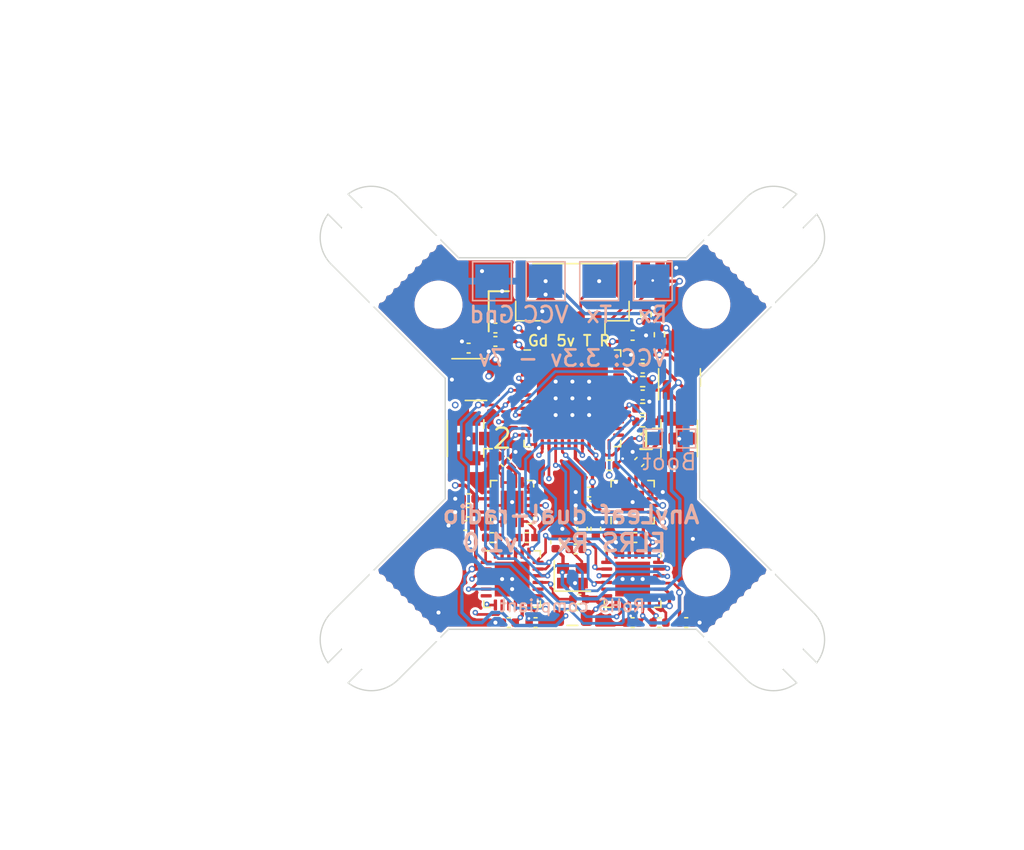
<source format=kicad_pcb>
(kicad_pcb (version 20211014) (generator pcbnew)
  (layers (0 "F.Cu" mixed) (1 "In1.Cu" power) (2 "In2.Cu" power) (31 "B.Cu" mixed) (34 "B.Paste" user) (35 "F.Paste" user) (36 "B.SilkS" user "B.Silkscreen") (37 "F.SilkS" user "F.Silkscreen") (38 "B.Mask" user) (39 "F.Mask" user) (44 "Edge.Cuts" user))
  (net 0 "")
  (net 1 "GND")
  (net 2 "+3V3")
  (net 3 "/V_DCC")
  (net 4 "/V_DCC2")
  (net 8 "/UART_TX")
  (net 9 "/UART_RX")
  (net 10 "Net-(J8-Pad1)")
  (net 26 "/RST")
  (net 27 "/BUSY")
  (net 28 "/DIO")
  (net 29 "/MISO")
  (net 30 "/MOSI")
  (net 31 "/SCK")
  (net 32 "/CS")
  (net 33 "/PWR_IN")
  (net 35 "/LED")
  (net 36 "/BOOT")
  (net 37 "/ANT_TRACE")
  (net 38 "Net-(C10-Pad1)")
  (net 40 "/BUSY_2")
  (net 41 "Net-(J1-Pad1)")
  (net 42 "/DIO_2")
  (net 43 "/CS_2")
  (net 46 "/RF_OUT1")
  (net 47 "/PWR_RXEN2")
  (net 48 "/PWR_RXEN")
  (net 49 "/RF_OUT2")
  (net 50 "/ANT1")
  (net 51 "/ANT2")
  (net 54 "/PWR_TXEN")
  (net 56 "/PWR_TXEN2")
  (net 58 "Net-(U2-Pad22)")
  (net 60 "Net-(U10-Pad1)")
  (net 62 "/RADIO_OSC")
  (net 64 "Net-(C23-Pad1)")
  (net 65 "+2V8")
  (net 66 "Net-(C3-Pad2)")
  (net 67 "Net-(C11-Pad2)")
  (footprint "Resistor_SMD:R_0402_1005Metric" (layer "F.Cu") (at 148 98.25 90)
    (fp_text reference "R8" hide)
    (fp_text value "100k")
  )
  (footprint "Anyleaf Shared:2450FM07D0034" (layer "F.Cu") (at 137.5 109.25 135)
    (fp_text reference "U5" hide)
    (fp_text value "2450FM07D0034T")
  )
  (footprint "Capacitor_SMD:C_0402_1005Metric" (layer "F.Cu") (at 147.75 101.25)
    (fp_text reference "C24" hide)
    (fp_text value "1u")
  )
  (footprint "Resistor_SMD:R_0402_1005Metric" (layer "F.Cu") (at 147.75 106.25 180)
    (fp_text reference "R3" hide)
    (fp_text value "100k")
  )
  (footprint "Package_TO_SOT_SMD:SOT-23" (layer "F.Cu") (at 150.5 102.9375 90)
    (fp_text reference "U11" hide)
    (fp_text value "AP2138N-2.8TRG1")
  )
  (footprint "Anyleaf Shared:Mouse bites_7mm" (layer "F.Cu") (at 154.981299 120.018701 45)
    (fp_text reference "H6" hide)
    (fp_text value "MountingHole_Pad" hide)
  )
  (footprint "Capacitor_SMD:C_0402_1005Metric" (layer "F.Cu") (at 137.75 121.25)
    (fp_text reference "C14" hide)
    (fp_text value "100n")
  )
  (footprint "Package_DFN_QFN:QFN-48-1EP_7x7mm_P0.5mm_EP5.3x5.3mm" (layer "F.Cu") (at 142.5 104.5)
    (fp_text reference "U7" hide)
    (fp_text value "ESP32-PICO-V3")
  )
  (footprint "Resistor_SMD:R_0402_1005Metric" (layer "F.Cu") (at 147.75 103.25)
    (fp_text reference "R2" hide)
    (fp_text value "10k")
  )
  (footprint "Capacitor_SMD:C_0402_1005Metric" (layer "F.Cu") (at 143.75 111.5 180)
    (fp_text reference "C18" hide)
    (fp_text value "100n")
  )
  (footprint "MountingHole:MountingHole_3.2mm_M3" (layer "F.Cu") (at 152.5 117.5)
    (fp_text reference "H10" hide)
    (fp_text value "MountingHole")
  )
  (footprint "Package_DFN_QFN:QFN-16-1EP_3x3mm_P0.5mm_EP1.7x1.7mm" (layer "F.Cu") (at 138 112.25 90)
    (fp_text reference "U12" hide)
    (fp_text value "AT2401C")
  )
  (footprint "Capacitor_SMD:C_0402_1005Metric" (layer "F.Cu") (at 143.02 119.5 180)
    (fp_text reference "C15" hide)
    (fp_text value "100n")
  )
  (footprint "Capacitor_SMD:C_0402_1005Metric" (layer "F.Cu") (at 136.5 114.9 180)
    (fp_text reference "C11" hide)
    (fp_text value "10n")
  )
  (footprint "Capacitor_SMD:C_0402_1005Metric" (layer "F.Cu") (at 147 99.8 180)
    (fp_text reference "C8" hide)
    (fp_text value "100n")
  )
  (footprint "Capacitor_SMD:C_0402_1005Metric" (layer "F.Cu") (at 143.25 114.25 -90)
    (fp_text reference "C5" hide)
    (fp_text value "10n")
  )
  (footprint "Package_DFN_QFN:QFN-24-1EP_4x4mm_P0.5mm_EP2.6x2.6mm" (layer "F.Cu") (at 138 118)
    (fp_text reference "U3" hide)
    (fp_text value "SX1281")
  )
  (footprint "Anyleaf Shared:Mouse bites_7mm" (layer "F.Cu") (at 130 95 45)
    (fp_text reference "H12" hide)
    (fp_text value "MountingHole_Pad" hide)
  )
  (footprint "Anyleaf Shared:2450FM07D0034" (layer "F.Cu") (at 139.1 114.9)
    (fp_text reference "U10" hide)
    (fp_text value "2450FM07D0034T")
  )
  (footprint "MountingHole:MountingHole_3.2mm_M3" (layer "F.Cu") (at 152.5 97.5)
    (fp_text reference "H8" hide)
    (fp_text value "MountingHole")
  )
  (footprint "Capacitor_SMD:C_0402_1005Metric" (layer "F.Cu") (at 139.75 121.25 180)
    (fp_text reference "C12" hide)
    (fp_text value "470n, 10V")
  )
  (footprint "Capacitor_SMD:C_0402_1005Metric" (layer "F.Cu") (at 134.75 113)
    (fp_text reference "C20" hide)
    (fp_text value "10p")
  )
  (footprint "LED_SMD:LED-APA102-2020" (layer "F.Cu") (at 148.5 95.5 90)
    (fp_text reference "D1" hide)
    (fp_text value "WS2812B")
  )
  (footprint "Capacitor_SMD:C_0402_1005Metric" (layer "F.Cu") (at 151 121.25 180)
    (fp_text reference "C7" hide)
    (fp_text value "100n")
  )
  (footprint "Capacitor_SMD:C_0402_1005Metric" (layer "F.Cu") (at 136.75 99.25)
    (fp_text reference "C9" hide)
    (fp_text value "10u")
  )
  (footprint "MountingHole:MountingHole_3.2mm_M3" (layer "F.Cu") (at 132.5 97.5)
    (fp_text reference "H7" hide)
    (fp_text value "MountingHole")
  )
  (footprint "Capacitor_SMD:C_0402_1005Metric" (layer "F.Cu") (at 134.5 114)
    (fp_text reference "C13" hide)
    (fp_text value "10n")
  )
  (footprint "Capacitor_SMD:C_0402_1005Metric" (layer "F.Cu") (at 144.25 114.25 -90)
    (fp_text reference "C3" hide)
    (fp_text value "10n")
  )
  (footprint "Capacitor_SMD:C_0402_1005Metric" (layer "F.Cu") (at 142.75 115.75)
    (fp_text reference "C23" hide)
    (fp_text value "1n")
  )
  (footprint "MountingHole:MountingHole_3.2mm_M3" (layer "F.Cu") (at 127.25 122.75)
    (fp_text reference "H3" hide)
    (fp_text value "MountingHole")
  )
  (footprint "Connector_Coaxial:U.FL_Hirose_U.FL-R-SMT-1_Vertical" (layer "F.Cu") (at 150 107.5)
    (fp_text reference "J1" hide)
    (fp_text value "Conn_Coaxial")
  )
  (footprint "Capacitor_SMD:C_0402_1005Metric" (layer "F.Cu") (at 147 121.25)
    (fp_text reference "C6" hide)
    (fp_text value "100n")
  )
  (footprint "Capacitor_SMD:C_0402_1005Metric" (layer "F.Cu") (at 147.75 104.25)
    (fp_text reference "C10" hide)
    (fp_text value "1u 25v")
  )
  (footprint "Connector_Coaxial:U.FL_Hirose_U.FL-R-SMT-1_Vertical" (layer "F.Cu") (at 135 107.5 180)
    (fp_text reference "J8" hide)
    (fp_text value "Conn_Coaxial")
  )
  (footprint "Capacitor_SMD:C_0402_1005Metric" (layer "F.Cu") (at 143.75 112.5)
    (fp_text reference "C17" hide)
    (fp_text value "10p")
  )
  (footprint "Inductor_SMD:L_0805_2012Metric" (layer "F.Cu") (at 142.5 120.9)
    (fp_text reference "L1" hide)
    (fp_text value "15u")
  )
  (footprint "Capacitor_SMD:C_0402_1005Metric" (layer "F.Cu") (at 141.25 115.25 90)
    (fp_text reference "C16" hide)
    (fp_text value "100n")
  )
  (footprint "Package_DFN_QFN:QFN-24-1EP_4x4mm_P0.5mm_EP2.6x2.6mm" (layer "F.Cu") (at 147 118)
    (fp_text reference "U2" hide)
    (fp_text value "SX1281")
  )
  (footprint "Crystal:Crystal_SMD_2016-4Pin_2.0x1.6mm" (layer "F.Cu") (at 142.5 117.75)
    (fp_text reference "Y3" hide)
    (fp_text value "52Mhz TCXO")
  )
  (footprint "Anyleaf Shared:Mouse bites_7mm" (layer "F.Cu") (at 155 95 135)
    (fp_text reference "H5" hide)
    (fp_text value "MountingHole_Pad" hide)
  )
  (footprint "MountingHole:MountingHole_3.2mm_M3" (layer "F.Cu") (at 157.75 92.25)
    (fp_text reference "H2" hide)
    (fp_text value "MountingHole")
  )
  (footprint "Resistor_SMD:R_0402_1005Metric" (layer "F.Cu") (at 145.25 109.5)
    (fp_text reference "R4" hide)
    (fp_text value "100k")
  )
  (footprint "Anyleaf Shared:2450FM07D0034" (layer "F.Cu") (at 147.5 109.25 45)
    (fp_text reference "U4" hide)
    (fp_text value "2450FM07D0034T")
  )
  (footprint "Capacitor_SMD:C_0402_1005Metric" (layer "F.Cu") (at 147.75 102.25)
    (fp_text reference "C25" hide)
    (fp_text value "1u")
  )
  (footprint "Capacitor_SMD:C_0402_1005Metric" (layer "F.Cu") (at 134.75 112 180)
    (fp_text reference "C21" hide)
    (fp_text value "100n")
  )
  (footprint "Package_TO_SOT_SMD:TSOT-23-5" (layer "F.Cu") (at 135.3 103.1)
    (fp_text reference "U1" hide)
    (fp_text value "3V3. 500mA")
  )
  (footprint "MountingHole:MountingHole_3.2mm_M3" (layer "F.Cu") (at 132.5 117.5)
    (fp_text reference "H9" hide)
    (fp_text value "MountingHole")
  )
  (footprint "Connector_JST:JST_GH_SM04B-GHS-TB_1x04-1MP_P1.25mm_Horizontal" (layer "F.Cu") (at 142.5 97 180)
    (fp_text reference "J7" hide)
    (fp_text value "Conn_01x04_Male")
  )
  (footprint "Capacitor_SMD:C_0402_1005Metric" (layer "F.Cu") (at 149 121.25)
    (fp_text reference "C4" hide)
    (fp_text value "470n, 10V")
  )
  (footprint "Anyleaf Shared:2450FM07D0034" (layer "F.Cu") (at 147.2 114.9)
    (fp_text reference "U9" hide)
    (fp_text value "2450FM07D0034T")
  )
  (footprint "Capacitor_SMD:C_0402_1005Metric" (layer "F.Cu") (at 136.75 100.25)
    (fp_text reference "C2" hide)
    (fp_text value "2.2u")
  )
  (footprint "Anyleaf Shared:Mouse bites_7mm" (layer "F.Cu") (at 130 120 135)
    (fp_text reference "H11" hide)
    (fp_text value "MountingHole_Pad" hide)
  )
  (footprint "Package_DFN_QFN:QFN-16-1EP_3x3mm_P0.5mm_EP1.7x1.7mm" (layer "F.Cu") (at 147 112.25 90)
    (fp_text reference "U13" hide)
    (fp_text value "AT2401C")
  )
  (footprint "Resistor_SMD:R_0402_1005Metric" (layer "F.Cu") (at 149 99.75 90)
    (fp_text reference "R1" hide)
    (fp_text value "10k")
  )
  (footprint "Capacitor_SMD:C_0402_1005Metric" (layer "F.Cu") (at 134.75 100.75)
    (fp_text reference "C1" hide)
    (fp_text value "1u")
  )
  (footprint "MountingHole:MountingHole_3.2mm_M3" (layer "F.Cu") (at 157.75 122.75)
    (fp_text reference "H4" hide)
    (fp_text value "MountingHole")
  )
  (footprint "MountingHole:MountingHole_3.2mm_M3" (layer "F.Cu") (at 127.25 92.25)
    (fp_text reference "H1" hide)
    (fp_text value "MountingHole")
  )
  (footprint "Resistor_SMD:R_0402_1005Metric" (layer "F.Cu") (at 147.75 105.25 180)
    (fp_text reference "R7" hide)
    (fp_text value "100k")
  )
  (footprint "TestPoint:TestPoint_Pad_2.5x2.5mm" (layer "B.Cu") (at 136.5 95.75 90)
    (fp_text reference "J3" hide)
    (fp_text value "Conn_01x01_Female")
  )
  (footprint "TestPoint:TestPoint_Pad_2.5x2.5mm" (layer "B.Cu") (at 144.5 95.75 90)
    (fp_text reference "J5" hide)
    (fp_text value "Conn_01x01_Female")
  )
  (footprint "TestPoint:TestPoint_Pad_1.0x1.0mm" (layer "B.Cu") (at 151 107.5 180)
    (fp_text reference "J9" hide)
    (fp_text value "Conn_01x01_Female")
  )
  (footprint "TestPoint:TestPoint_Pad_1.0x1.0mm" (layer "B.Cu") (at 148.5 107.5 180)
    (fp_text reference "J2" hide)
    (fp_text value "Conn_01x01_Female")
  )
  (footprint "TestPoint:TestPoint_Pad_2.5x2.5mm" (layer "B.Cu") (at 148.5 95.75 90)
    (fp_text reference "J6" hide)
    (fp_text value "Conn_01x01_Female")
  )
  (footprint "TestPoint:TestPoint_Pad_2.5x2.5mm" (layer "B.Cu") (at 140.5 95.75 90)
    (fp_text reference "J4" hide)
    (fp_text value "Conn_01x01_Female")
  )
  (gr_line (start 136.25 99.5) (end 136.25 96.5) (layer "F.SilkS") (width 0.15))
  (gr_line (start 136.25 96.5) (end 137.75 96.5) (layer "F.SilkS") (width 0.15))
  (gr_line (start 151.75 121.75) (end 155.5 125.5) (layer "Edge.Cuts") (width 0.1))
  (gr_line (start 151 94) (end 155.5 89.5) (layer "Edge.Cuts") (width 0.1))
  (gr_line (start 133 103) (end 133 112) (layer "Edge.Cuts") (width 0.1))
  (gr_arc (start 160.5 120.5) (mid 161.329503 122.328033) (end 160.75 124.25) (layer "Edge.Cuts") (width 0.1))
  (gr_line (start 127.25 124.25) (end 125.75 125.75) (layer "Edge.Cuts") (width 0.1))
  (gr_line (start 125.75 122.75) (end 127.25 124.25) (layer "Edge.Cuts") (width 0.1))
  (gr_line (start 160.75 90.75) (end 159.25 92.25) (layer "Edge.Cuts") (width 0.1))
  (gr_line (start 152 103) (end 152 112) (layer "Edge.Cuts") (width 0.1))
  (gr_arc (start 124.5 94.5) (mid 123.670495 92.671967) (end 124.25 90.75) (layer "Edge.Cuts") (width 0.1))
  (gr_arc (start 159.25 125.75) (mid 157.328033 126.329503) (end 155.5 125.5) (layer "Edge.Cuts") (width 0.1))
  (gr_line (start 129.5 125.5) (end 133.25 121.75) (layer "Edge.Cuts") (width 0.1))
  (gr_line (start 157.75 124.25) (end 159.25 122.75) (layer "Edge.Cuts") (width 0.1))
  (gr_line (start 160.5 94.5) (end 152 103) (layer "Edge.Cuts") (width 0.1))
  (gr_line (start 159.25 89.25) (end 157.75 90.75) (layer "Edge.Cuts") (width 0.1))
  (gr_line (start 151.75 121.75) (end 133.25 121.75) (layer "Edge.Cuts") (width 0.1))
  (gr_line (start 125.75 92.25) (end 124.25 90.75) (layer "Edge.Cuts") (width 0.1))
  (gr_line (start 133 112) (end 124.5 120.5) (layer "Edge.Cuts") (width 0.1))
  (gr_arc (start 129.5 125.5) (mid 127.671967 126.329504) (end 125.75 125.75) (layer "Edge.Cuts") (width 0.1))
  (gr_line (start 134 94) (end 129.5 89.5) (layer "Edge.Cuts") (width 0.1))
  (gr_line (start 160.5 120.5) (end 152 112) (layer "Edge.Cuts") (width 0.1))
  (gr_arc (start 155.5 89.5) (mid 157.328033 88.670497) (end 159.25 89.25) (layer "Edge.Cuts") (width 0.1))
  (gr_line (start 125.75 89.25) (end 127.25 90.75) (layer "Edge.Cuts") (width 0.1))
  (gr_line (start 124.25 124.25) (end 125.75 122.75) (layer "Edge.Cuts") (width 0.1))
  (gr_arc (start 160.75 90.75) (mid 161.329503 92.671967) (end 160.5 94.5) (layer "Edge.Cuts") (width 0.1))
  (gr_line (start 157.75 90.75) (end 159.25 92.25) (layer "Edge.Cuts") (width 0.1))
  (gr_line (start 134 94) (end 151 94) (layer "Edge.Cuts") (width 0.1))
  (gr_line (start 159.25 125.75) (end 157.75 124.25) (layer "Edge.Cuts") (width 0.1))
  (gr_line (start 127.25 90.75) (end 125.75 92.25) (layer "Edge.Cuts") (width 0.1))
  (gr_arc (start 124.25 124.25) (mid 123.670497 122.328033) (end 124.5 120.5) (layer "Edge.Cuts") (width 0.1))
  (gr_line (start 159.25 122.75) (end 160.75 124.25) (layer "Edge.Cuts") (width 0.1))
  (gr_line (start 124.5 94.5) (end 133 103) (layer "Edge.Cuts") (width 0.1))
  (gr_arc (start 125.75 89.25) (mid 127.671967 88.670497) (end 129.5 89.5) (layer "Edge.Cuts") (width 0.1))
  (gr_text "Gnd" (at 136.5 98.25) (layer "B.SilkS") (effects (font (size 1.2 1.2) (thickness 0.2)) (justify mirror)))
  (gr_text "Rx" (at 148.5 98.25) (layer "B.SilkS") (effects (font (size 1.2 1.2) (thickness 0.2)) (justify mirror)))
  (gr_text "Boot\n" (at 149.75 109.25) (layer "B.SilkS") (effects (font (size 1.2 1.2)) (justify mirror)))
  (gr_text "Tx" (at 144.5 98.25) (layer "B.SilkS") (effects (font (size 1.2 1.2) (thickness 0.2)) (justify mirror)))
  (gr_text "VCC: 3.3v - 7v" (at 142.5 101.5) (layer "B.SilkS") (effects (font (size 1.2 1.2) (thickness 0.2)) (justify mirror)))
  (gr_text "RoHS compliant" (at 142.5 120) (layer "B.SilkS") (effects (font (size 0.9 0.9)) (justify mirror)))
  (gr_text "AnyLeaf dual-radio \nELRS Rx   v1.0" (at 141.9 114.25) (layer "B.SilkS") (effects (font (size 1.3 1.3) (thickness 0.25)) (justify mirror)))
  (gr_text "VCC" (at 140.5 98.25) (layer "B.SilkS") (effects (font (size 1.2 1.2) (thickness 0.2)) (justify mirror)))
  (gr_text "Gd 5v T R" (at 142.25 100.2) (layer "F.SilkS") (effects (font (size 0.8 0.8))))
  (gr_text "1" (at 148 107.6) (layer "F.SilkS") (effects (font (size 1.5 1.5) (thickness 0.18))))
  (gr_text "2" (at 137.25 107.5) (layer "F.SilkS") (effects (font (size 1.5 1.5) (thickness 0.18))))
  (segment (start 139.5 110.75) (end 139.65 110.75) (width 0.2) (layer "F.Cu") (net 1))
  (segment (start 147.25 116.0625) (end 147.75 116.0625) (width 0.2) (layer "F.Cu") (net 1))
  (segment (start 137.27 121.25) (end 136.75 121.25) (width 0.2) (layer "F.Cu") (net 1))
  (segment (start 136.25 101) (end 136.25 100.27) (width 0.25) (layer "F.Cu") (net 1))
  (segment (start 147 108.75) (end 147 108.5) (width 0.2) (layer "F.Cu") (net 1))
  (segment (start 138.25 117.75) (end 138 118) (width 0.2) (layer "F.Cu") (net 1))
  (segment (start 151.48 121.25) (end 152 121.25) (width 0.2) (layer "F.Cu") (net 1))
  (segment (start 134.02 114) (end 133.25 114) (width 0.25) (layer "F.Cu") (net 1))
  (segment (start 150.475 106.025) (end 150.475 107.525) (width 0.2) (layer "F.Cu") (net 1))
  (segment (start 147.48 99.8) (end 148 99.8) (width 0.25) (layer "F.Cu") (net 1))
  (segment (start 138.25 116.0625) (end 138.25 117.75) (width 0.2) (layer "F.Cu") (net 1))
  (segment (start 134.55 107.5) (end 134.525 107.525) (width 0.2) (layer "F.Cu") (net 1))
  (segment (start 149.8 95.2) (end 150.25 94.75) (width 0.2) (layer "F.Cu") (net 1))
  (segment (start 146.75 120.75) (end 146.85 120.75) (width 0.2) (layer "F.Cu") (net 1))
  (segment (start 147.27 101.25) (end 146.875 101.25) (width 0.25) (layer "F.Cu") (net 1))
  (segment (start 149.55 103.875) (end 148.605 103.875) (width 0.25) (layer "F.Cu") (net 1))
  (segment (start 146.52 121.08) (end 146.85 120.75) (width 0.2) (layer "F.Cu") (net 1))
  (segment (start 148.9375 119.25) (end 148.9375 119.4375) (width 0.2) (layer "F.Cu") (net 1))
  (segment (start 147.2 114.55) (end 147.2 116.0125) (width 0.2) (layer "F.Cu") (net 1))
  (segment (start 145.7875 110.7875) (end 145.75 110.75) (width 0.2) (layer "F.Cu") (net 1))
  (segment (start 146.25 110.7875) (end 145.7875 110.7875) (width 0.2) (layer "F.Cu") (net 1))
  (segment (start 146.25 113.7125) (end 146.5375 113.7125) (width 0.2) (layer "F.Cu") (net 1))
  (segment (start 145.75 116.0625) (end 145.75 115.25) (width 0.2) (layer "F.Cu") (net 1))
  (segment (start 137.747487 109.002513) (end 138.25 108.5) (width 0.2) (layer "F.Cu") (net 1))
  (segment (start 143.27 112.5) (end 142.75 112.5) (width 0.2) (layer "F.Cu") (net 1))
  (segment (start 146.25 110.7875) (end 146.75 110.7875) (width 0.2) (layer "F.Cu") (net 1))
  (segment (start 148.4625 111.5) (end 148.4625 112) (width 0.2) (layer "F.Cu") (net 1))
  (segment (start 149 120.027818) (end 149 119.5) (width 0.2) (layer "F.Cu") (net 1))
  (segment (start 145.76 109.5) (end 146.255 109.005) (width 0.2) (layer "F.Cu") (net 1))
  (segment (start 134.525 106.025) (end 134.525 107.525) (width 0.2) (layer "F.Cu") (net 1))
  (segment (start 137.25 110.7875) (end 137.75 110.7875) (width 0.2) (layer "F.Cu") (net 1))
  (segment (start 136.25 100.27) (end 136.27 100.25) (width 0.25) (layer "F.Cu") (net 1))
  (segment (start 146.52 121.25) (end 146.52 121.08) (width 0.2) (layer "F.Cu") (net 1))
  (segment (start 136.27 98.98) (end 136.5 98.75) (width 0.25) (layer "F.Cu") (net 1))
  (segment (start 145.7875 113.7125) (end 145.75 113.75) (width 0.2) (layer "F.Cu") (net 1))
  (segment (start 137.747487 109.002513) (end 137.252513 109.497487) (width 0.25) (layer "F.Cu") (net 1))
  (segment (start 136.5375 112.5) (end 137.75 112.5) (width 0.2) (layer "F.Cu") (net 1))
  (segment (start 138.75 116.0625) (end 138.25 116.0625) (width 0.2) (layer "F.Cu") (net 1))
  (segment (start 138.75 115.6) (end 139.1 115.25) (width 0.2) (layer "F.Cu") (net 1))
  (segment (start 140.625 98.85) (end 140.625 98.375) (width 0.5) (layer "F.Cu") (net 1))
  (segment (start 134.25 100.581472) (end 134.27 100.601472) (width 0.25) (layer "F.Cu") (net 1))
  (segment (start 147.2 116.0125) (end 147.25 116.0625) (width 0.2) (layer "F.Cu") (net 1))
  (segment (start 140 99.25) (end 140.225 99.25) (width 0.5) (layer "F.Cu") (net 1))
  (segment (start 148.5 97.75) (end 148.49 97.74) (width 0.2) (layer "F.Cu") (net 1))
  (segment (start 148.26 105.25) (end 148.26 106.25) (width 0.25) (layer "F.Cu") (net 1))
  (segment (start 134.75 107.5) (end 134.55 107.5) (width 0.2) (layer "F.Cu") (net 1))
  (segment (start 137.75 112.5) (end 138 112.25) (width 0.2) (layer "F.Cu") (net 1))
  (segment (start 137.25 113.7125) (end 138.25 113.7125) (width 0.2) (layer "F.Cu") (net 1))
  (segment (start 138.75 110.7875) (end 139.10625 111.14375) (width 0.2) (layer "F.Cu") (net 1))
  (segment (start 148.25 104.27) (end 148.25 104.24) (width 0.25) (layer "F.Cu") (net 1))
  (segment (start 137 110) (end 137 109.75) (width 0.2) (layer "F.Cu") (net 1))
  (segment (start 134.1125 103.101472) (end 133.5 103.101472) (width 0.5) (layer "F.Cu") (net 1))
  (segment (start 147.95 94.6) (end 147.95 94.7) (width 0.2) (layer "F.Cu") (net 1))
  (segment (start 139.9375 119.6625) (end 139.9 119.7) (width 0.2) (layer "F.Cu") (net 1))
  (segment (start 138.75 116.0625) (end 138.75 115.6) (width 0.2) (layer "F.Cu") (net 1))
  (segment (start 147.75 110.7875) (end 147.75 109.5) (width 0.2) (layer "F.Cu") (net 1))
  (segment (start 149.55 103.875) (end 150.475 104.8) (width 0.25) (layer "F.Cu") (net 1))
  (segment (start 134.27 113) (end 133.75 113) (width 0.2) (layer "F.Cu") (net 1))
  (segment (start 137.25 110.25) (end 137 110) (width 0.2) (layer "F.Cu") (net 1))
  (segment (start 141.25 114.77) (end 141.25 114.75) (width 0.2) (layer "F.Cu") (net 1))
  (segment (start 136.75 116.0625) (end 136.75 115.25) (width 0.2) (layer "F.Cu") (net 1))
  (segment (start 147.95 94.6) (end 148.55 95.2) (width 0.2) (layer "F.Cu") (net 1))
  (segment (start 139.9375 119.25) (end 139.9375 119.5625) (width 0.2) (layer "F.Cu") (net 1))
  (segment (start 134.25 100.73) (end 134.27 100.75) (width 0.25) (layer "F.Cu") (net 1))
  (segment (start 148.605 103.875) (end 148.23 104.25) (width 0.25) (layer "F.Cu") (net 1))
  (segment (start 148.4625 111.5) (end 149.25 111.5) (width 0.25) (layer "F.Cu") (net 1))
  (segment (start 149.48 120.507818) (end 149 120.027818) (width 0.2) (layer "F.Cu") (net 1))
  (segment (start 147.25 114.5) (end 147.2 114.55) (width 0.2) (layer "F.Cu") (net 1))
  (segment (start 136.75 113.75) (end 136.7875 113.7125) (width 0.2) (layer "F.Cu") (net 1))
  (segment (start 147.252513 109.002513) (end 147.747487 109.497487) (width 0.25) (layer "F.Cu") (net 1))
  (segment (start 139.10625 111.14375) (end 139.4625 111.5) (width 0.2) (layer "F.Cu") (net 1))
  (segment (start 140.225 99.25) (end 140.625 98.85) (width 0.5) (layer "F.Cu") (net 1))
  (segment (start 148.9375 119.4375) (end 149 119.5) (width 0.2) (layer "F.Cu") (net 1))
  (segment (start 143.2 118.3) (end 143.2 119.2) (width 0.2) (layer "F.Cu") (net 1))
  (segment (start 137.25 113.7125) (end 136.7875 113.7125) (width 0.2) (layer "F.Cu") (net 1))
  (segment (start 143.25 113.77) (end 143.02 113.77) (width 0.2) (layer "F.Cu") (net 1))
  (segment (start 141.25 114.75) (end 141.75 114.25) (width 0.2) (layer "F.Cu") (net 1))
  (segment (start 137 109.75) (end 137.252513 109.497487) (width 0.2) (layer "F.Cu") (net 1))
  (segment (start 144.25 113.77) (end 144.73 113.77) (width 0.2) (layer "F.Cu") (net 1))
  (segment (start 140.25 98) (end 140.25 98.475) (width 0.5) (layer "F.Cu") (net 1))
  (segment (start 149.48 121.25) (end 149.48 120.507818) (width 0.2) (layer "F.Cu") (net 1))
  (segment (start 139.1 114.55) (end 139.1 115.25) (width 0.2) (layer "F.Cu") (net 1))
  (segment (start 145.5375 112.5) (end 146.75 112.5) (width 0.2) (layer "F.Cu") (net 1))
  (segment (start 139.4625 111.5) (end 139.4625 112) (width 0.2) (layer "F.Cu") (net 1))
  (segment (start 146.5375 113.7125) (end 147.25 113.7125) (width 0.2) (layer "F.Cu") (net 1))
  (segment (start 147.75 109.5) (end 147.747487 109.497487) (width 0.2) (layer "F.Cu") (net 1))
  (segment (start 150.475 107.275) (end 150.475 108.725) (width 0.2) (layer "F.Cu") (net 1))
  (segment (start 142.7 118.3) (end 143.2 118.3) (width 0.25) (layer "F.Cu") (net 1))
  (segment (start 148.25 104.75) (end 148.25 105.24) (width 0.2) (layer "F.Cu") (net 1))
  (segment (start 143.2 119.2) (end 143.5 119.5) (width 0.2) (layer "F.Cu") (net 1))
  (segment (start 146.255 109.005) (end 146.26 109) (width 0.2) (layer "F.Cu") (net 1))
  (segment (start 141.8 118.3) (end 142.7 118.3) (width 0.25) (layer "F.Cu") (net 1))
  (segment (start 134.25 100.25) (end 134.25 100.73) (width 0.25) (layer "F.Cu") (net 1))
  (segment (start 148.25 104.23) (end 148.25 104.75) (width 0.2) (layer "F.Cu") (net 1))
  (segment (start 136.75 115.25) (end 136.75 115.13) (width 0.2) (layer "F.Cu") (net 1))
  (segment (start 146.5375 113.7125) (end 145.7875 113.7125) (width 0.2) (layer "F.Cu") (net 1))
  (segment (start 140.25 98.475) (end 140.625 98.85) (width 0.5) (layer "F.Cu") (net 1))
  (segment (start 145.76 109.5) (end 145.76 109.679975) (width 0.2) (layer "F.Cu") (net 1))
  (segment (start 139.9375 119.25) (end 139.9375 119.6625) (width 0.2) (layer "F.Cu") (net 1))
  (segment (start 136.27 99.25) (end 136.27 98.98) (width 0.25) (layer "F.Cu") (net 1))
  (segment (start 140.625 98.85) (end 140.625 99.375) (width 0.5) (layer "F.Cu") (net 1))
  (segment (start 139.10625 111.14375) (end 139.5 110.75) (width 0.2) (layer "F.Cu") (net 1))
  (segment (start 150.475 104.8) (end 150.475 106.025) (width 0.25) (layer "F.Cu") (net 1))
  (segment (start 147.75 110.7875) (end 148.4625 111.5) (width 0.2) (layer "F.Cu") (net 1))
  (segment (start 136.75 116.0625) (end 137.25 116.0625) (width 0.2) (layer "F.Cu") (net 1))
  (segment (start 147.75 117.25) (end 147 118) (width 0.25) (layer "F.Cu") (net 1))
  (segment (start 148.55 95.2) (end 149.8 95.2) (width 0.2) (layer "F.Cu") (net 1))
  (segment (start 136.75 115.13) (end 136.98 114.9) (width 0.2) (layer "F.Cu") (net 1))
  (segment (start 134.27 112) (end 133.75 112) (width 0.25) (layer "F.Cu") (net 1))
  (segment (start 147.27 102.25) (end 147.27 101.25) (width 0.25) (layer "F.Cu") (net 1))
  (segment (start 146.25 116.0625) (end 145.75 116.0625) (width 0.2) (layer "F.Cu") (net 1))
  (segment (start 146.75 112.5) (end 147 112.25) (width 0.2) (layer "F.Cu") (net 1))
  (segment (start 141.5 118.25) (end 141.55 118.2) (width 0.2) (layer "F.Cu") (net 1))
  (segment (start 147.252513 109.002513) (end 147 108.75) (width 0.2) (layer "F.Cu") (net 1))
  (segment (start 134.525 107.525) (end 134.525 108.975) (width 0.2) (layer "F.Cu") (net 1))
  (segment (start 148 97.74) (end 148.49 97.74) (width 0.2) (layer "F.Cu") (net 1))
  (segment (start 137.25 110.7875) (end 137.25 110.25) (width 0.2) (layer "F.Cu") (net 1))
  (segment (start 144.73 113.77) (end 144.75 113.75) (width 0.2) (layer "F.Cu") (net 1))
  (segment (start 147.25 117.75) (end 147 118) (width 0.2) (layer "F.Cu") (net 1))
  (segment (start 147.25 113.7125) (end 147.25 114.5) (width 0.2) (layer "F.Cu") (net 1))
  (segment (start 143.02 113.77) (end 142.75 113.5) (width 0.2) (layer "F.Cu") (net 1))
  (segment (start 148.25 105.24) (end 148.26 105.25) (width 0.2) (layer "F.Cu") (net 1))
  (segment (start 143.27 111.5) (end 142.75 111.5) (width 0.2) (layer "F.Cu") (net 1))
  (via (at 149.25 111.5) (size 0.5) (drill 0.3) (layers "F.Cu" "B.Cu") (net 1))
  (via (at 150.475 107.525) (size 0.5) (drill 0.3) (layers "F.Cu" "B.Cu") (net 1))
  (via (at 136.75 115.25) (size 0.4) (drill 0.2) (layers "F.Cu" "B.Cu") (net 1))
  (via (at 147.75 118) (size 0.5) (drill 0.3) (layers "F.Cu" "B.Cu") (net 1))
  (via (at 136.75 121.25) (size 0.5) (drill 0.3) (layers "F.Cu" "B.Cu") (net 1))
  (via (at 146.85 120.75) (size 0.4) (drill 0.2) (layers "F.Cu" "B.Cu") (net 1))
  (via (at 141.25 105.75) (size 0.5) (drill 0.3) (layers "F.Cu" "B.Cu") (net 1))
  (via (at 152 121.25) (size 0.5) (drill 0.3) (layers "F.Cu" "B.Cu") (net 1))
  (via (at 143.75 103.25) (size 0.5) (drill 0.3) (layers "F.Cu" "B.Cu") (net 1))
  (via (at 143.75 104.5) (size 0.5) (drill 0.3) (layers "F.Cu" "B.Cu") (net 1))
  (via (at 142.75 113.5) (size 0.5) (drill 0.3) (layers "F.Cu" "B.Cu") (net 1))
  (via (at 133.75 113) (size 0.5) (drill 0.3) (layers "F.Cu" "B.Cu") (net 1))
  (via (at 142.5 104.5) (size 0.5) (drill 0.3) (layers "F.Cu" "B.Cu") (net 1))
  (via (at 134.25 100.25) (size 0.5) (drill 0.3) (layers "F.Cu" "B.Cu") (net 1))
  (via (at 147 118) (size 0.5) (drill 0.3) (layers "F.Cu" "B.Cu") (net 1))
  (via (at 147 108.5) (size 0.5) (drill 0.3) (layers "F.Cu" "B.Cu") (net 1))
  (via (at 138 118) (size 0.5) (drill 0.3) (layers "F.Cu" "B.Cu") (net 1))
  (via (at 146.875 101.25) (size 0.5) (drill 0.3) (layers "F.Cu" "B.Cu") (net 1))
  (via (at 136.75 113.75) (size 0.5) (drill 0.3) (layers "F.Cu" "B.Cu") (net 1))
  (via (at 145.75 113.75) (size 0.5) (drill 0.3) (layers "F.Cu" "B.Cu") (net 1))
  (via (at 143.75 105.75) (size 0.5) (drill 0.3) (layers "F.Cu" "B.Cu") (net 1))
  (via (at 142.5 105.75) (size 0.5) (drill 0.3) (layers "F.Cu" "B.Cu") (net 1))
  (via (at 144.75 113.75) (size 0.5) (drill 0.3) (layers "F.Cu" "B.Cu") (net 1))
  (via (at 136.5 98.75) (size 0.5) (drill 0.3) (layers "F.Cu" "B.Cu") (net 1))
  (via (at 142.75 111.5) (size 0.5) (drill 0.3) (layers "F.Cu" "B.Cu") (net 1))
  (via (at 141.25 104.5) (size 0.5) (drill 0.3) (layers "F.Cu" "B.Cu") (net 1))
  (via (at 132.5 120.5) (size 0.5) (drill 0.3) (layers "F.Cu" "B.Cu") (net 1))
  (via (at 148.25 104.75) (size 0.5) (drill 0.3) (layers "F.Cu" "B.Cu") (net 1))
  (via (at 138.25 108.5) (size 0.5) (drill 0.3) (layers "F.Cu" "B.Cu") (net 1))
  (via (at 146.25 118) (size 0.5) (drill 0.3) (layers "F.Cu" "B.Cu") (net 1))
  (via (at 148.5 97.75) (size 0.5) (drill 0.3) (layers "F.Cu" "B.Cu") (net 1))
  (via (at 139.252803 120.942352) (size 0.4) (drill 0.2) (layers "F.Cu" "B.Cu") (net 1))
  (via (at 135.75 95) (size 0.5) (drill 0.3) (layers "F.Cu" "B.Cu") (net 1))
  (via (at 140 99.25) (size 0.5) (drill 0.3) (layers "F.Cu" "B.Cu") (net 1))
  (via (at 137.25 96.5) (size 0.5) (drill 0.3) (layers "F.Cu" "B.Cu") (net 1))
  (via (at 142.5 103.25) (size 0.5) (drill 0.3) (layers "F.Cu" "B.Cu") (net 1))
  (via (at 141.75 114.25) (size 0.5) (drill 0.3) (layers "F.Cu" "B.Cu") (net 1))
  (via (at 138 112.25) (size 0.5) (drill 0.3) (layers "F.Cu" "B.Cu") (net 1))
  (via (at 134.75 107.5) (size 0.5) (drill 0.3) (layers "F.Cu" "B.Cu") (net 1))
  (via (at 136.25 101) (size 0.5) (drill 0.3) (layers "F.Cu" "B.Cu") (net 1))
  (via (at 133.75 112) (size 0.5) (drill 0.3) (layers "F.Cu" "B.Cu") (net 1))
  (via (at 139.9375 119.6625) (size 0.4) (drill 0.2) (layers "F.Cu" "B.Cu") (net 1))
  (via (at 142.75 112.5) (size 0.5) (drill 0.3) (layers "F.Cu" "B.Cu") (net 1))
  (via (at 141.25 103.25) (size 0.5) (drill 0.3) (layers "F.Cu" "B.Cu") (net 1))
  (via (at 149 119.5) (size 0.4) (drill 0.2) (layers "F.Cu" "B.Cu") (net 1))
  (via (at 151.5 115) (size 0.5) (drill 0.3) (layers "F.Cu" "B.Cu") (net 1))
  (via (at 146.255 109.005) (size 0.4) (drill 0.2) (layers "F.Cu" "B.Cu") (net 1))
  (via (at 139.65 110.75) (size 0.5) (drill 0.3) (layers "F.Cu" "B.Cu") (net 1))
  (via (at 133.5 103.101472) (size 0.5) (drill 0.3) (layers "F.Cu" "B.Cu") (net 1))
  (via (at 147 112.25) (size 0.5) (drill 0.3) (layers "F.Cu" "B.Cu") (net 1))
  (via (at 133.25 114) (size 0.5) (drill 0.3) (layers "F.Cu" "B.Cu") (net 1))
  (via (at 137.25 118) (size 0.5) (drill 0.3) (layers "F.Cu" "B.Cu") (net 1))
  (via (at 145.75 110.75) (size 0.5) (drill 0.3) (layers "F.Cu" "B.Cu") (net 1))
  (via (at 142.7 118.3) (size 0.5) (drill 0.3) (layers "F.Cu" "B.Cu") (net 1))
  (via (at 145.75 115.25) (size 0.5) (drill 0.3) (layers "F.Cu" "B.Cu") (net 1))
  (via (at 148 99.8) (size 0.5) (drill 0.3) (layers "F.Cu" "B.Cu") (net 1))
  (via (at 150.25 94.75) (size 0.5) (drill 0.3) (layers "F.Cu" "B.Cu") (net 1))
  (via (at 138 118.75) (size 0.5) (drill 0.3) (layers "F.Cu" "B.Cu") (net 1))
  (via (at 140.25 98) (size 0.5) (drill 0.3) (layers "F.Cu" "B.Cu") (net 1))
  (segment (start 150.475 107.525) (end 150.975 107.525) (width 0.2) (layer "B.Cu") (net 1))
  (segment (start 150.975 107.525) (end 151 107.5) (width 0.2) (layer "B.Cu") (net 1))
  (segment (start 145.25 101.05) (end 145.25 100.5) (width 0.25) (layer "F.Cu") (net 2))
  (segment (start 145.5 100.25) (end 146.07 100.25) (width 0.25) (layer "F.Cu") (net 2))
  (segment (start 142.25 100.5) (end 141.775 100.025) (width 0.25) (layer "F.Cu") (net 2))
  (segment (start 139.9375 118.25) (end 140.75 118.25) (width 0.2) (layer "F.Cu") (net 2))
  (segment (start 144.73 112) (end 144.23 111.5) (width 0.25) (layer "F.Cu") (net 2))
  (segment (start 136.5375 113) (end 135.23 113) (width 0.25) (layer "F.Cu") (net 2))
  (segment (start 150.5 119) (end 150.5 121.23) (width 0.25) (layer "F.Cu") (net 2))
  (segment (start 142.725 108.975) (end 144 110.25) (width 0.25) (layer "F.Cu") (net 2))
  (segment (start 140.75 101.05) (end 140.75 100.05) (width 0.25) (layer "F.Cu") (net 2))
  (segment (start 141.058417 119.058417) (end 141.5 119.5) (width 0.2) (layer "F.Cu") (net 2))
  (segment (start 138 100.25) (end 138.25 100.25) (width 0.25) (layer "F.Cu") (net 2))
  (segment (start 138.75 103.25) (end 138.5 103) (width 0.2) (layer "F.Cu") (net 2))
  (segment (start 140.875 118.375) (end 140.875 118.625952) (width 0.2) (layer "F.Cu") (net 2))
  (segment (start 139.275 100.025) (end 138.5 99.25) (width 0.25) (layer "F.Cu") (net 2))
  (segment (start 150.5 121.23) (end 150.52 121.25) (width 0.25) (layer "F.Cu") (net 2))
  (segment (start 140.875 118.625952) (end 141.058417 118.809369) (width 0.2) (layer "F.Cu") (net 2))
  (segment (start 138 100.25) (end 137.23 100.25) (width 0.25) (layer "F.Cu") (net 2))
  (segment (start 138.5 100.5) (end 139.05 101.05) (width 0.25) (layer "F.Cu") (net 2))
  (segment (start 142.75 107.95) (end 142.725 107.975) (width 0.25) (layer "F.Cu") (net 2))
  (segment (start 140.725 100.025) (end 139.275 100.025) (width 0.25) (layer "F.Cu") (net 2))
  (segment (start 134.5 111) (end 135.23 111.73) (width 0.25) (layer "F.Cu") (net 2))
  (segment (start 139.05 103.25) (end 138.75 103.25) (width 0.2) (layer "F.Cu") (net 2))
  (segment (start 147.75 120.98) (end 147.48 121.25) (width 0.2) (layer "F.Cu") (net 2))
  (segment (start 144 111.27) (end 144.23 111.5) (width 0.25) (layer "F.Cu") (net 2))
  (segment (start 138.615 120.865) (end 138.23 121.25) (width 0.25) (layer "F.Cu") (net 2))
  (segment (start 138.75 120.73) (end 138.615 120.865) (width 0.25) (layer "F.Cu") (net 2))
  (segment (start 148.26 103.25) (end 148.26 103.24) (width 0.25) (layer "F.Cu") (net 2))
  (segment (start 139.05 101.05) (end 139.05 101.75) (width 0.25) (layer "F.Cu") (net 2))
  (segment (start 141.5 119.5) (end 142.54 119.5) (width 0.2) (layer "F.Cu") (net 2))
  (segment (start 142.725 107.975) (end 142.725 108.975) (width 0.25) (layer "F.Cu") (net 2))
  (segment (start 142.25 101.05) (end 142.25 100.5) (width 0.25) (layer "F.Cu") (net 2))
  (segment (start 136.3875 102.151472) (end 136.3875 101.963972) (width 0.5) (layer "F.Cu") (net 2))
  (segment (start 149.75 101.25) (end 150.5 102) (width 0.25) (layer "F.Cu") (net 2))
  (segment (start 139.05 102.75) (end 139.05 103.25) (width 0.25) (layer "F.Cu") (net 2))
  (segment (start 138.25 100.25) (end 138.5 100.5) (width 0.25) (layer "F.Cu") (net 2))
  (segment (start 135.23 112) (end 135.23 113) (width 0.25) (layer "F.Cu") (net 2))
  (segment (start 140.75 100.05) (end 140.725 100.025) (width 0.25) (layer "F.Cu") (net 2))
  (segment (start 144 110.75) (end 144 111.27) (width 0.25) (layer "F.Cu") (net 2))
  (segment (start 136.3875 102.713972) (end 136.25 102.851472) (width 0.5) (layer "F.Cu") (net 2))
  (segment (start 136.3875 102.151472) (end 136.3875 102.713972) (width 0.5) (layer "F.Cu") (net 2))
  (segment (start 140.75 118.25) (end 140.875 118.375) (width 0.2) (layer "F.Cu") (net 2))
  (segment (start 144 110.25) (end 144 110.75) (width 0.25) (layer "F.Cu") (net 2))
  (segment (start 150.05 118.3) (end 150.5 118.75) (width 0.2) (layer "F.Cu") (net 2))
  (segment (start 138.5 99.25) (end 137.23 99.25) (width 0.25) (layer "F.Cu") (net 2))
  (segment (start 144.23 112.5) (end 144.23 111.5) (width 0.25) (layer "F.Cu") (net 2))
  (segment (start 148.23 101.25) (end 149.75 101.25) (width 0.25) (layer "F.Cu") (net 2))
  (segment (start 139.9375 118.25) (end 140.5 118.25) (width 0.2) (layer "F.Cu") (net 2))
  (segment (start 141.775 100.025) (end 140.725 100.025) (width 0.25) (layer "F.Cu") (net 2))
  (segment (start 144.73 113) (end 144.23 112.5) (width 0.25) (layer "F.Cu") (net 2))
  (segment (start 148.9875 118.3) (end 150.05 118.3) (width 0.2) (layer "F.Cu") (net 2))
  (segment (start 148.26 103.24) (end 148.5 103) (width 0.25) (layer "F.Cu") (net 2))
  (segment (start 136.3875 101.963972) (end 136.75 101.601472) (width 0.5) (layer "F.Cu") (net 2))
  (segment (start 138.75 119.9375) (end 138.75 120.73) (width 0.25) (layer "F.Cu") (net 2))
  (segment (start 146.47 99.75) (end 146.52 99.8) (width 0.25) (layer "F.Cu") (net 2))
  (segment (start 141.058417 118.809369) (end 141.058417 119.058417) (width 0.2) (layer "F.Cu") (net 2))
  (segment (start 147.75 120.75) (end 147.75 120.98) (width 0.2) (layer "F.Cu") (net 2))
  (segment (start 133.75 111) (end 134.5 111) (width 0.25) (layer "F.Cu") (net 2))
  (segment (start 149 100.26) (end 149 101) (width 0.25) (layer "F.Cu") (net 2))
  (segment (start 145.5375 113) (end 144.73 113) (width 0.25) (layer "F.Cu") (net 2))
  (segment (start 135.23 111.73) (end 135.23 112) (width 0.25) (layer "F.Cu") (net 2))
  (segment (start 150.5 118.75) (end 150.5 119) (width 0.2) (layer "F.Cu") (net 2))
  (segment (start 148.9375 118.25) (end 148.9875 118.3) (width 0.2) (layer "F.Cu") (net 2))
  (segment (start 145.5375 112) (end 144.73 112) (width 0.25) (layer "F.Cu") (net 2))
  (segment (start 145.25 100.5) (end 145.5 100.25) (width 0.25) (layer "F.Cu") (net 2))
  (segment (start 136.5375 112) (end 135.23 112) (width 0.25) (layer "F.Cu") (net 2))
  (segment (start 146.07 100.25) (end 146.52 99.8) (width 0.25) (layer "F.Cu") (net 2))
  (segment (start 148.22 103.24) (end 148.25 103.27) (width 0.2) (layer "F.Cu") (net 2))
  (segment (start 147.75 119.9375) (end 147.75 120.75) (width 0.2) (layer "F.Cu") (net 2))
  (via (at 133.75 111) (size 0.5) (drill 0.3) (layers "F.Cu" "B.Cu") (net 2))
  (via (at 138.5 99.25) (size 0.5) (drill 0.3) (layers "F.Cu" "B.Cu") (net 2))
  (via (at 145.5 100.25) (size 0.5) (drill 0.3) (layers "F.Cu" "B.Cu") (net 2))
  (via (at 138.5 100.5) (size 0.5) (drill 0.3) (layers "F.Cu" "B.Cu") (net 2))
  (via (at 149 101.25) (size 0.5) (drill 0.3) (layers "F.Cu" "B.Cu") (net 2))
  (via (at 133.75 105) (size 0.5) (drill 0.3) (layers "F.Cu" "B.Cu") (net 2))
  (via (at 138.5 103) (size 0.4) (drill 0.2) (layers "F.Cu" "B.Cu") (net 2))
  (via (at 140.875 118.375) (size 0.4) (drill 0.2) (layers "F.Cu" "B.Cu") (net 2))
  (via (at 147.75 120.75) (size 0.4) (drill 0.2) (layers "F.Cu" "B.Cu") (net 2))
  (via (at 136.25 102.851472) (size 0.5) (drill 0.3) (layers "F.Cu" "B.Cu") (net 2))
  (via (at 148.5 103) (size 0.5) (drill 0.3) (layers "F.Cu" "B.Cu") (net 2))
  (via (at 150.5 119) (size 0.5) (drill 0.3) (layers "F.Cu" "B.Cu") (net 2))
  (via (at 136.75 101.601472) (size 0.5) (drill 0.3) (layers "F.Cu" "B.Cu") (net 2))
  (via (at 138.615 120.865) (size 0.4) (drill 0.2) (layers "F.Cu" "B.Cu") (net 2))
  (via (at 144 110.75) (size 0.5) (drill 0.3) (layers "F.Cu" "B.Cu") (net 2))
  (segment (start 148.275 121.275) (end 149.475 121.275) (width 0.25) (layer "B.Cu") (net 2))
  (segment (start 149.475 121.275) (end 150.5 120.25) (width 0.25) (layer "B.Cu") (net 2))
  (segment (start 147.75 120.75) (end 148.275 121.275) (width 0.25) (layer "B.Cu") (net 2))
  (segment (start 150.5 120.25) (end 150.5 119) (width 0.25) (layer "B.Cu") (net 2))
  (segment (start 134.98 114) (end 135.275 114.295) (width 0.25) (layer "F.Cu") (net 3))
  (segment (start 135.275 114.295) (end 135.275 117.225) (width 0.25) (layer "F.Cu") (net 3))
  (segment (start 139.75 120.75) (end 139.75 120.4375) (width 0.25) (layer "F.Cu") (net 3))
  (segment (start 135.25 117.25) (end 135 117.25) (width 0.25) (layer "F.Cu") (net 3))
  (segment (start 140.23 121.25) (end 141.0875 121.25) (width 0.25) (layer "F.Cu") (net 3))
  (segment (start 140.23 121.25) (end 140.23 121.23) (width 0.25) (layer "F.Cu") (net 3))
  (segment (start 148.25 120.25) (end 148.75 120.75) (width 0.25) (layer "F.Cu") (net 3))
  (segment (start 143.25 114.837746) (end 143.25 114.73) (width 0.2) (layer "F.Cu") (net 3))
  (segment (start 144.25 117) (end 144.25 115.73) (width 0.2) (layer "F.Cu") (net 3))
  (segment (start 141.0875 121.25) (end 141.4375 120.9) (width 0.25) (layer "F.Cu") (net 3))
  (segment (start 140.23 121.23) (end 139.75 120.75) (width 0.25) (layer "F.Cu") (net 3))
  (segment (start 148.25 119.9375) (end 148.25 120.25) (width 0.25) (layer "F.Cu") (net 3))
  (segment (start 144.176687 117.10122) (end 144.176687 117.073313) (width 0.2) (layer "F.Cu") (net 3))
  (segment (start 139.75 120.4375) (end 139.25 119.9375) (width 0.25) (layer "F.Cu") (net 3))
  (segment (start 144.176687 117.10122) (end 144.325467 117.25) (width 0.2) (layer "F.Cu") (net 3))
  (segment (start 136.0625 117.25) (end 135.25 117.25) (width 0.25) (layer "F.Cu") (net 3))
  (segment (start 135.275 117.225) (end 135.25 117.25) (width 0.25) (layer "F.Cu") (net 3))
  (segment (start 148.52 120.98) (end 148.75 120.75) (width 0.2) (layer "F.Cu") (net 3))
  (segment (start 144.325467 117.25) (end 145.0625 117.25) (width 0.2) (layer "F.Cu") (net 3))
  (segment (start 148.52 121.25) (end 148.52 120.98) (width 0.2) (layer "F.Cu") (net 3))
  (segment (start 144.176687 117.073313) (end 144.25 117) (width 0.2) (layer "F.Cu") (net 3))
  (segment (start 144.25 115.73) (end 143.25 114.73) (width 0.2) (layer "F.Cu") (net 3))
  (via (at 144.176687 117.10122) (size 0.4) (drill 0.2) (layers "F.Cu" "B.Cu") (net 3))
  (via (at 148.75 120.75) (size 0.4) (drill 0.2) (layers "F.Cu" "B.Cu") (net 3))
  (via (at 142 120.75) (size 0.4) (drill 0.2) (layers "F.Cu" "B.Cu") (net 3))
  (via (at 135 117.25) (size 0.5) (drill 0.3) (layers "F.Cu" "B.Cu") (net 3))
  (segment (start 136.5 120.5) (end 136.25 120.75) (width 0.25) (layer "B.Cu") (net 3))
  (segment (start 134.25 120.5) (end 134.75 121) (width 0.25) (layer "B.Cu") (net 3))
  (segment (start 134.25 119.25) (end 134.25 120.5) (width 0.25) (layer "B.Cu") (net 3))
  (segment (start 134.75 121) (end 135 121.25) (width 0.25) (layer "B.Cu") (net 3))
  (segment (start 135.75 121.25) (end 136.25 120.75) (width 0.25) (layer "B.Cu") (net 3))
  (segment (start 135.975 121.025) (end 136.25 120.75) (width 0.25) (layer "B.Cu") (net 3))
  (segment (start 141.282648 121.467352) (end 142 120.75) (width 0.25) (layer "B.Cu") (net 3))
  (segment (start 139.470266 121.467352) (end 139.282648 121.467352) (width 0.25) (layer "B.Cu") (net 3))
  (segment (start 135 121.25) (end 135.75 121.25) (width 0.25) (layer "B.Cu") (net 3))
  (segment (start 139.282648 121.467352) (end 138.217352 121.467352) (width 0.25) (layer "B.Cu") (net 3))
  (segment (start 134.450001 117.799999) (end 134.450001 118.299999) (width 0.2) (layer "B.Cu") (net 3))
  (segment (start 134.450001 118.299999) (end 134.25 118.5) (width 0.2) (layer "B.Cu") (net 3))
  (segment (start 137.25 120.5) (end 136.5 120.5) (width 0.25) (layer "B.Cu") (net 3))
  (segment (start 138.217352 121.467352) (end 137.25 120.5) (width 0.25) (layer "B.Cu") (net 3))
  (segment (start 134.25 118.5) (end 134.25 119.25) (width 0.2) (layer "B.Cu") (net 3))
  (segment (start 135 117.25) (end 134.450001 117.799999) (width 0.2) (layer "B.Cu") (net 3))
  (segment (start 139.282648 121.467352) (end 141.282648 121.467352) (width 0.25) (layer "B.Cu") (net 3))
  (segment (start 134.375001 120.625001) (end 134.75 121) (width 0.25) (layer "B.Cu") (net 3))
  (segment (start 149.398008 118.75) (end 149.75 119.101992) (width 0.25) (layer "F.Cu") (net 4))
  (segment (start 148.9375 118.75) (end 149.398008 118.75) (width 0.25) (layer "F.Cu") (net 4))
  (segment (start 144.25 120.25) (end 144.2125 120.25) (width 0.25) (layer "F.Cu") (net 4))
  (segment (start 144.2125 120.25) (end 143.5625 120.9) (width 0.25) (layer "F.Cu") (net 4))
  (segment (start 149.75 119.101992) (end 149.75 120) (width 0.25) (layer "F.Cu") (net 4))
  (via (at 144.25 120.25) (size 0.4) (drill 0.2) (layers "F.Cu" "B.Cu") (net 4))
  (via (at 149.75 120) (size 0.5) (drill 0.3) (layers "F.Cu" "B.Cu") (net 4))
  (segment (start 146.626041 120.025) (end 146.101041 119.5) (width 0.25) (layer "B.Cu") (net 4))
  (segment (start 149.725 120.025) (end 146.626041 120.025) (width 0.25) (layer "B.Cu") (net 4))
  (segment (start 149.75 120) (end 149.725 120.025) (width 0.25) (layer "B.Cu") (net 4))
  (segment (start 145 119.5) (end 144.25 120.25) (width 0.25) (layer "B.Cu") (net 4))
  (segment (start 146.101041 119.5) (end 145 119.5) (width 0.25) (layer "B.Cu") (net 4))
  (segment (start 143.25 98.975) (end 143.125 98.85) (width 0.25) (layer "F.Cu") (net 8))
  (segment (start 143.125 99.375) (end 143.125 98.85) (width 0.25) (layer "F.Cu") (net 8))
  (segment (start 143.125 97.125) (end 144.5 95.75) (width 0.2) (layer "F.Cu") (net 8))
  (segment (start 143.125 98.85) (end 143.125 97.125) (width 0.2) (layer "F.Cu") (net 8))
  (segment (start 143.25 101.05) (end 143.25 98.975) (width 0.25) (layer "F.Cu") (net 8))
  (via (at 144.5 95.75) (size 0.5) (drill 0.3) (layers "F.Cu" "B.Cu") (net 8))
  (segment (start 143.75 99.475) (end 144.375 98.85) (width 0.25) (layer "F.Cu") (net 9))
  (segment (start 148.5 95.7) (end 147.35 95.7) (width 0.2) (layer "F.Cu") (net 9))
  (segment (start 144.375 98.85) (end 144.375 98.375) (width 0.5) (layer "F.Cu") (net 9))
  (segment (start 147.025 96.977817) (end 146.752817 97.25) (width 0.2) (layer "F.Cu") (net 9))
  (segment (start 147.35 95.7) (end 147.025 96.025) (width 0.2) (layer "F.Cu") (net 9))
  (segment (start 146.752817 97.25) (end 146.75 97.25) (width 0.2) (layer "F.Cu") (net 9))
  (segment (start 147.025 96.025) (end 147.025 96.977817) (width 0.2) (layer "F.Cu") (net 9))
  (segment (start 145.15 98.85) (end 144.375 98.85) (width 0.2) (layer "F.Cu") (net 9))
  (segment (start 146.75 97.25) (end 145.15 98.85) (width 0.2) (layer "F.Cu") (net 9))
  (segment (start 143.75 101.05) (end 143.75 99.475) (width 0.25) (layer "F.Cu") (net 9))
  (via (at 148.5 95.7) (size 0.4) (drill 0.2) (layers "F.Cu" "B.Cu") (net 9))
  (segment (start 136.05 107.5) (end 136.05 107.8) (width 0.25) (layer "F.Cu") (net 10))
  (segment (start 136.05 107.8) (end 137.075736 108.825736) (width 0.25) (layer "F.Cu") (net 10))
  (segment (start 145.0625 117.75) (end 144.5 117.75) (width 0.2) (layer "F.Cu") (net 26))
  (segment (start 136.0625 117.75) (end 135.25 117.75) (width 0.2) (layer "F.Cu") (net 26))
  (segment (start 140.75 107.95) (end 140.75 110.5) (width 0.2) (layer "F.Cu") (net 26))
  (segment (start 135.25 117.75) (end 135 118) (width 0.2) (layer "F.Cu") (net 26))
  (via (at 135 118) (size 0.4) (drill 0.2) (layers "F.Cu" "B.Cu") (net 26))
  (via (at 144.5 117.75) (size 0.4) (drill 0.2) (layers "F.Cu" "B.Cu") (net 26))
  (via (at 140.75 110.5) (size 0.4) (drill 0.2) (layers "F.Cu" "B.Cu") (net 26))
  (segment (start 138.3 103.9) (end 137.9 103.9) (width 0.2) (layer "F.Cu") (net 27))
  (segment (start 145.75 119.9375) (end 145.3125 119.9375) (width 0.2) (layer "F.Cu") (net 27))
  (segment (start 139.05 103.75) (end 138.45 103.75) (width 0.2) (layer "F.Cu") (net 27))
  (segment (start 138.45 103.75) (end 138.3 103.9) (width 0.2) (layer "F.Cu") (net 27))
  (segment (start 145.3125 119.9375) (end 145 120.25) (width 0.2) (layer "F.Cu") (net 27))
  (via (at 145 120.25) (size 0.4) (drill 0.2) (layers "F.Cu" "B.Cu") (net 27))
  (via (at 137.9 103.9) (size 0.4) (drill 0.2) (layers "F.Cu" "B.Cu") (net 27))
  (segment (start 137.822182 103.9) (end 135.35 106.372182) (width 0.2) (layer "B.Cu") (net 27))
  (segment (start 137.9 103.9) (end 137.822182 103.9) (width 0.2) (layer "B.Cu") (net 27))
  (segment (start 135.35 106.372182) (end 135.35 116.1) (width 0.2) (layer "B.Cu") (net 27))
  (segment (start 146.193674 121.306326) (end 146.306326 121.193674) (width 0.2) (layer "B.Cu") (net 27))
  (segment (start 137.875 116.875) (end 140 119) (width 0.2) (layer "B.Cu") (net 27))
  (segment (start 146.306326 120.306326) (end 146.25 120.25) (width 0.2) (layer "B.Cu") (net 27))
  (segment (start 136.125 116.875) (end 137.875 116.875) (width 0.2) (layer "B.Cu") (net 27))
  (segment (start 140 119) (end 140.184314 119) (width 0.2) (layer "B.Cu") (net 27))
  (segment (start 141.434314 120.25) (end 142.25 120.25) (width 0.2) (layer "B.Cu") (net 27))
  (segment (start 143.306326 121.306326) (end 146.193674 121.306326) (width 0.2) (layer "B.Cu") (net 27))
  (segment (start 140.184314 119) (end 141.434314 120.25) (width 0.2) (layer "B.Cu") (net 27))
  (segment (start 146.25 120.25) (end 145 120.25) (width 0.2) (layer "B.Cu") (net 27))
  (segment (start 135.35 116.1) (end 136.125 116.875) (width 0.2) (layer "B.Cu") (net 27))
  (segment (start 146.306326 121.193674) (end 146.306326 120.306326) (width 0.2) (layer "B.Cu") (net 27))
  (segment (start 142.25 120.25) (end 143.306326 121.306326) (width 0.2) (layer "B.Cu") (net 27))
  (segment (start 146.25 119.9375) (end 146.25 120.362652) (width 0.2) (layer "F.Cu") (net 28))
  (segment (start 138.2 104.3) (end 137.5 105) (width 0.2) (layer "F.Cu") (net 28))
  (segment (start 139.05 104.25) (end 139 104.3) (width 0.2) (layer "F.Cu") (net 28))
  (segment (start 146.25 120.362652) (end 145.806326 120.806326) (width 0.2) (layer "F.Cu") (net 28))
  (segment (start 139 104.3) (end 138.2 104.3) (width 0.2) (layer "F.Cu") (net 28))
  (via (at 145.806326 120.806326) (size 0.4) (drill 0.2) (layers "F.Cu" "B.Cu") (net 28))
  (via (at 137.5 105) (size 0.4) (drill 0.2) (layers "F.Cu" "B.Cu") (net 28))
  (segment (start 136.975 116.475) (end 136 115.5) (width 0.2) (layer "B.Cu") (net 28))
  (segment (start 136 106.5) (end 137.5 105) (width 0.2) (layer "B.Cu") (net 28))
  (segment (start 142.5 119.75) (end 141.5 119.75) (width 0.2) (layer "B.Cu") (net 28))
  (segment (start 138.225 116.475) (end 136.975 116.475) (width 0.2) (layer "B.Cu") (net 28))
  (segment (start 143.556326 120.806326) (end 142.5 119.75) (width 0.2) (layer "B.Cu") (net 28))
  (segment (start 141.5 119.75) (end 138.225 116.475) (width 0.2) (layer "B.Cu") (net 28))
  (segment (start 145.806326 120.806326) (end 143.556326 120.806326) (width 0.2) (layer "B.Cu") (net 28))
  (segment (start 136 115.5) (end 136 106.5) (width 0.2) (layer "B.Cu") (net 28))
  (segment (start 140.65 117.75) (end 140.75 117.75) (width 0.2) (layer "F.Cu") (net 29))
  (segment (start 149.55 117.75) (end 149.6 117.8) (width 0.2) (layer "F.Cu") (net 29))
  (segment (start 139.3 107.95) (end 139.25 108) (width 0.2) (layer "F.Cu") (net 29))
  (segment (start 139.75 107.95) (end 139.3 107.95) (width 0.2) (layer "F.Cu") (net 29))
  (segment (start 139.9375 117.75) (end 140.565686 117.75) (width 0.2) (layer "F.Cu") (net 29))
  (segment (start 139.9375 117.75) (end 140.601041 117.75) (width 0.25) (layer "F.Cu") (net 29))
  (segment (start 139.9375 117.75) (end 140.65 117.75) (width 0.2) (layer "F.Cu") (net 29))
  (segment (start 148.9375 117.75) (end 149.55 117.75) (width 0.2) (layer "F.Cu") (net 29))
  (via (at 140.65 117.75) (size 0.4) (drill 0.2) (layers "F.Cu" "B.Cu") (net 29))
  (via (at 139.25 108) (size 0.4) (drill 0.2) (layers "F.Cu" "B.Cu") (net 29))
  (via (at 149.6 117.8) (size 0.4) (drill 0.2) (layers "F.Cu" "B.Cu") (net 29))
  (segment (start 139.25 108) (end 139.25 107) (width 0.2) (layer "B.Cu") (net 29))
  (segment (start 144.375 118.875) (end 145.8 117.45) (width 0.2) (layer "B.Cu") (net 29))
  (segment (start 140.227207 117.75) (end 140.75 117.75) (width 0.2) (layer "B.Cu") (net 29))
  (segment (start 137.3 114.822792) (end 140.227207 117.75) (width 0.2) (layer "B.Cu") (net 29))
  (segment (start 139 106.75) (end 138 106.75) (width 0.2) (layer "B.Cu") (net 29))
  (segment (start 137.3 107.45) (end 137.3 114.822792) (width 0.2) (layer "B.Cu") (net 29))
  (segment (start 143.25 117.5) (end 143.25 118.25) (width 0.2) (layer "B.Cu") (net 29))
  (segment (start 140.65 117.6) (end 141.25 117) (width 0.2) (layer "B.Cu") (net 29))
  (segment (start 143.25 118.25) (end 143.25 118.75) (width 0.2) (layer "B.Cu") (net 29))
  (segment (start 143.25 118) (end 143.25 118.25) (width 0.2) (layer "B.Cu") (net 29))
  (segment (start 145.8 117.45) (end 148.85 117.45) (width 0.2) (layer "B.Cu") (net 29))
  (segment (start 139.25 107) (end 139 106.75) (width 0.2) (layer "B.Cu") (net 29))
  (segment (start 142.75 117) (end 143.25 117.5) (width 0.2) (layer "B.Cu") (net 29))
  (segment (start 148.85 117.45) (end 149.2 117.8) (width 0.2) (layer "B.Cu") (net 29))
  (segment (start 140.65 117.75) (end 140.65 117.6) (width 0.2) (layer "B.Cu") (net 29))
  (segment (start 138 106.75) (end 137.3 107.45) (width 0.2) (layer "B.Cu") (net 29))
  (segment (start 141.25 117) (end 142.75 117) (width 0.2) (layer "B.Cu") (net 29))
  (segment (start 143.25 118.75) (end 143.375 118.875) (width 0.2) (layer "B.Cu") (net 29))
  (segment (start 149.2 117.8) (end 149.6 117.8) (width 0.2) (layer "B.Cu") (net 29))
  (segment (start 143.375 118.875) (end 144.375 118.875) (width 0.2) (layer "B.Cu") (net 29))
  (segment (start 139.9375 117.25) (end 140.5 117.25) (width 0.2) (layer "F.Cu") (net 30))
  (segment (start 149.55 117.25) (end 149.6 117.2) (width 0.2) (layer "F.Cu") (net 30))
  (segment (start 148.9375 117.25) (end 149.55 117.25) (width 0.2) (layer "F.Cu") (net 30))
  (segment (start 140.5 117.25) (end 140.75 117) (width 0.2) (layer "F.Cu") (net 30))
  (segment (start 140.75 117) (end 140.75 116.75) (width 0.2) (layer "F.Cu") (net 30))
  (segment (start 139.05 107.25) (end 138.25 107.25) (width 0.2) (layer "F.Cu") (net 30))
  (via (at 149.6 117.2) (size 0.4) (drill 0.2) (layers "F.Cu" "B.Cu") (net 30))
  (via (at 140.75 116.75) (size 0.4) (drill 0.2) (layers "F.Cu" "B.Cu") (net 30))
  (via (at 138.25 107.25) (size 0.4) (drill 0.2) (layers "F.Cu" "B.Cu") (net 30))
  (segment (start 139.896447 116.853553) (end 138.55 115.507106) (width 0.2) (layer "B.Cu") (net 30))
  (segment (start 137.7 109.3) (end 137.7 107.8) (width 0.2) (layer "B.Cu") (net 30))
  (segment (start 138.55 115.507106) (end 138.55 110.15) (width 0.2) (layer "B.Cu") (net 30))
  (segment (start 140.75 116.75) (end 140.646447 116.853553) (width 0.2) (layer "B.Cu") (net 30))
  (segment (start 140.75 116.75) (end 142.1 115.4) (width 0.2) (layer "B.Cu") (net 30))
  (segment (start 144.15 115.4) (end 145.8 117.05) (width 0.2) (layer "B.Cu") (net 30))
  (segment (start 149.45 117.05) (end 149.6 117.2) (width 0.2) (layer "B.Cu") (net 30))
  (segment (start 137.7 107.8) (end 138.25 107.25) (width 0.2) (layer "B.Cu") (net 30))
  (segment (start 140.646447 116.853553) (end 139.896447 116.853553) (width 0.2) (layer "B.Cu") (net 30))
  (segment (start 142.1 115.4) (end 144.15 115.4) (width 0.2) (layer "B.Cu") (net 30))
  (segment (start 145.8 117.05) (end 149.45 117.05) (width 0.2) (layer "B.Cu") (net 30))
  (segment (start 138.55 110.15) (end 137.7 109.3) (width 0.2) (layer "B.Cu") (net 30))
  (segment (start 148.9375 116.75) (end 148.9375 116.3125) (width 0.2) (layer "F.Cu") (net 31))
  (segment (start 139.9375 116.75) (end 139.9375 116.5625) (width 0.2) (layer "F.Cu") (net 31))
  (segment (start 139.9375 116.5625) (end 140.5 116) (width 0.2) (layer "F.Cu") (net 31))
  (segment (start 140.25 108.5) (end 140 108.75) (width 0.2) (layer "F.Cu") (net 31))
  (segment (start 149 116.25) (end 148.9375 116.3125) (width 0.2) (layer "F.Cu") (net 31))
  (segment (start 140.5 116) (end 140.5 114.75) (width 0.2) (layer "F.Cu") (net 31))
  (segment (start 140.25 107.95) (end 140.25 108.5) (width 0.2) (layer "F.Cu") (net 31))
  (via (at 149 116.25) (size 0.4) (drill 0.2) (layers "F.Cu" "B.Cu") (net 31))
  (via (at 140.5 114.75) (size 0.4) (drill 0.2) (layers "F.Cu" "B.Cu") (net 31))
  (via (at 140 108.75) (size 0.4) (drill 0.2) (layers "F.Cu" "B.Cu") (net 31))
  (segment (start 145.75 116.25) (end 149 116.25) (width 0.2) (layer "B.Cu") (net 31))
  (segment (start 144.5 115) (end 145.75 116.25) (width 0.2) (layer "B.Cu") (net 31))
  (segment (start 140.5 114.75) (end 140.75 115) (width 0.2) (layer "B.Cu") (net 31))
  (segment (start 140.75 115) (end 144.5 115) (width 0.2) (layer "B.Cu") (net 31))
  (segment (start 141.25 107.95) (end 141.25 109.5) (width 0.2) (layer "F.Cu") (net 32))
  (segment (start 148.25 116.0625) (end 148.25 115.5) (width 0.2) (layer "F.Cu") (net 32))
  (segment (start 148.25 115.5) (end 148.5 115.25) (width 0.2) (layer "F.Cu") (net 32))
  (via (at 141.25 109.5) (size 0.4) (drill 0.2) (layers "F.Cu" "B.Cu") (net 32))
  (via (at 148.5 115.25) (size 0.4) (drill 0.2) (layers "F.Cu" "B.Cu") (net 32))
  (segment (start 142 110) (end 142 113.722182) (width 0.2) (layer "B.Cu") (net 32))
  (segment (start 147.75 114.5) (end 148.5 115.25) (width 0.2) (layer "B.Cu") (net 32))
  (segment (start 141.5 109.5) (end 142 110) (width 0.2) (layer "B.Cu") (net 32))
  (segment (start 141.25 109.5) (end 141.5 109.5) (width 0.2) (layer "B.Cu") (net 32))
  (segment (start 142.777818 114.5) (end 147.75 114.5) (width 0.2) (layer "B.Cu") (net 32))
  (segment (start 142 113.722182) (end 142.777818 114.5) (width 0.2) (layer "B.Cu") (net 32))
  (segment (start 135.75 98) (end 135.23 98.52) (width 0.5) (layer "F.Cu") (net 33))
  (segment (start 139.25 98) (end 135.75 98) (width 0.5) (layer "F.Cu") (net 33))
  (segment (start 150.5 95.75) (end 149.7 95.75) (width 0.25) (layer "F.Cu") (net 33))
  (segment (start 140.5 95.75) (end 140.5 96.75) (width 0.5) (layer "F.Cu") (net 33))
  (segment (start 135.23 101.0825) (end 134.1625 102.15) (width 0.5) (layer "F.Cu") (net 33))
  (segment (start 134.1625 104.05) (end 135.2 104.05) (width 0.5) (layer "F.Cu") (net 33))
  (segment (start 135.275 100.795) (end 135.23 100.75) (width 0.5) (layer "F.Cu") (net 33))
  (segment (start 140.5 96.75) (end 141.875 98.125) (width 0.5) (layer "F.Cu") (net 33))
  (segment (start 134.1125 102.151472) (end 134.1125 102.1375) (width 0.5) (layer "F.Cu") (net 33))
  (segment (start 149.7 95.75) (end 149.05 96.4) (width 0.25) (layer "F.Cu") (net 33))
  (segment (start 135.2 104.05) (end 135.275 103.975) (width 0.5) (layer "F.Cu") (net 33))
  (segment (start 135.23 98.52) (end 135.23 100.75) (width 0.5) (layer "F.Cu") (net 33))
  (segment (start 141.875 98.85) (end 141.875 99.125) (width 0.5) (layer "F.Cu") (net 33))
  (segment (start 135.23 100.75) (end 135.23 101.0825) (width 0.5) (layer "F.Cu") (net 33))
  (segment (start 140.5 96.75) (end 139.25 98) (width 0.5) (layer "F.Cu") (net 33))
  (segment (start 135.275 103.975) (end 135.275 100.795) (width 0.5) (layer "F.Cu") (net 33))
  (segment (start 141.875 98.125) (end 141.875 98.85) (width 0.5) (layer "F.Cu") (net 33))
  (via (at 140.5 95.75) (size 0.5) (drill 0.3) (layers "F.Cu" "B.Cu") (net 33))
  (via (at 140.5 96.75) (size 0.5) (drill 0.3) (layers "F.Cu" "B.Cu") (net 33))
  (via (at 150.5 95.75) (size 0.5) (drill 0.3) (layers "F.Cu" "B.Cu") (net 33))
  (segment (start 150.5 95.75) (end 150.075 96.175) (width 0.25) (layer "B.Cu") (net 33))
  (segment (start 150.075 97.325) (end 148.9 98.5) (width 0.25) (layer "B.Cu") (net 33))
  (segment (start 148.9 98.5) (end 148.436827 98.5) (width 0.25) (layer "B.Cu") (net 33))
  (segment (start 148.111827 98.175) (end 143.425 98.175) (width 0.25) (layer "B.Cu") (net 33))
  (segment (start 150.075 96.175) (end 150.075 97.325) (width 0.25) (layer "B.Cu") (net 33))
  (segment (start 141 95.75) (end 140.5 95.75) (width 0.25) (layer "B.Cu") (net 33))
  (segment (start 143.425 98.175) (end 141 95.75) (width 0.25) (layer "B.Cu") (net 33))
  (segment (start 148.436827 98.5) (end 148.111827 98.175) (width 0.25) (layer "B.Cu") (net 33))
  (segment (start 147.95 96.761396) (end 147.95 96.4) (width 0.2) (layer "F.Cu") (net 35))
  (segment (start 144.25 100.461396) (end 147.95 96.761396) (width 0.2) (layer "F.Cu") (net 35))
  (segment (start 144.25 101.05) (end 144.25 100.461396) (width 0.2) (layer "F.Cu") (net 35))
  (segment (start 145.5 108.75) (end 146.375 107.875) (width 0.2) (layer "F.Cu") (net 36))
  (segment (start 146.375 107.875) (end 146.75 107.5) (width 0.2) (layer "F.Cu") (net 36))
  (segment (start 149.49 99.24) (end 149.5 99.25) (width 0.25) (layer "F.Cu") (net 36))
  (segment (start 149 99.24) (end 149.49 99.24) (width 0.25) (layer "F.Cu") (net 36))
  (segment (start 144.75 108.5) (end 145 108.75) (width 0.2) (layer "F.Cu") (net 36))
  (segment (start 145 108.75) (end 145.5 108.75) (width 0.2) (layer "F.Cu") (net 36))
  (segment (start 144.75 107.95) (end 144.75 108.5) (width 0.2) (layer "F.Cu") (net 36))
  (segment (start 146.75 107.5) (end 147.5 107.5) (width 0.2) (layer "F.Cu") (net 36))
  (via (at 147.5 107.5) (size 0.5) (drill 0.3) (layers "F.Cu" "B.Cu") (net 36))
  (via (at 149.5 99.25) (size 0.5) (drill 0.3) (layers "F.Cu" "B.Cu") (net 36))
  (segment (start 149.8 103.2) (end 149 104) (width 0.2) (layer "B.Cu") (net 36))
  (segment (start 149 104) (end 149 107) (width 0.2) (layer "B.Cu") (net 36))
  (segment (start 149.5 99.25) (end 149.8 99.55) (width 0.2) (layer "B.Cu") (net 36))
  (segment (start 149.8 99.55) (end 149.8 103.2) (width 0.2) (layer "B.Cu") (net 36))
  (segment (start 149 107) (end 148.5 107.5) (width 0.2) (layer "B.Cu") (net 36))
  (segment (start 147.5 107.5) (end 148.5 107.5) (width 0.2) (layer "B.Cu") (net 36))
  (segment (start 137.75 102.25) (end 137.75 103.25) (width 0.5) (layer "F.Cu") (net 37))
  (segment (start 137.75 102.25) (end 137.75 101) (width 0.5) (layer "F.Cu") (net 37))
  (segment (start 138.25 102.25) (end 137.75 102.25) (width 0.5) (layer "F.Cu") (net 37))
  (segment (start 139.05 102.25) (end 138.25 102.25) (width 0.25) (layer "F.Cu") (net 37))
  (segment (start 139.05 105.75) (end 138.25 105.75) (width 0.2) (layer "F.Cu") (net 38))
  (segment (start 147.27 104.25) (end 147.27 103.28) (width 0.2) (layer "F.Cu") (net 38))
  (segment (start 147.27 103.28) (end 147.24 103.25) (width 0.2) (layer "F.Cu") (net 38))
  (via (at 147 103) (size 0.4) (drill 0.2) (layers "F.Cu" "B.Cu") (net 38))
  (via (at 138.25 105.75) (size 0.4) (drill 0.2) (layers "F.Cu" "B.Cu") (net 38))
  (segment (start 146.5 102.5) (end 141.222182 102.5) (width 0.2) (layer "B.Cu") (net 38))
  (segment (start 141.222182 102.5) (end 138.25 105.472182) (width 0.2) (layer "B.Cu") (net 38))
  (segment (start 146.5 102.5) (end 147 103) (width 0.2) (layer "B.Cu") (net 38))
  (segment (start 138.25 105.472182) (end 138.25 105.75) (width 0.2) (layer "B.Cu") (net 38))
  (segment (start 137.292893 105.5) (end 137.792893 105.5) (width 0.2) (layer "F.Cu") (net 40))
  (segment (start 135.477787 104.996297) (end 136.78919 104.996297) (width 0.2) (layer "F.Cu") (net 40))
  (segment (start 138.042893 105.25) (end 139.05 105.25) (width 0.2) (layer "F.Cu") (net 40))
  (segment (start 136.75 119.9375) (end 136.1875 119.9375) (width 0.2) (layer "F.Cu") (net 40))
  (segment (start 136.1875 119.9375) (end 136.10834 119.882205) (width 0.2) (layer "F.Cu") (net 40))
  (segment (start 137.792893 105.5) (end 138.042893 105.25) (width 0.2) (layer "F.Cu") (net 40))
  (segment (start 136.78919 104.996297) (end 137.292893 105.5) (width 0.2) (layer "F.Cu") (net 40))
  (segment (start 136.75 119.9375) (end 136.75 120) (width 0.2) (layer "F.Cu") (net 40))
  (via (at 135.477787 104.996297) (size 0.5) (drill 0.3) (layers "F.Cu" "B.Cu") (net 40))
  (via (at 136.10834 119.882205) (size 0.4) (drill 0.2) (layers "F.Cu" "B.Cu") (net 40))
  (via (at 134.75 115.25) (size 0.4) (drill 0.2) (layers "F.Cu" "B.Cu") (net 40))
  (segment (start 134.2 106.288834) (end 134.2 108.95) (width 0.2) (layer "B.Cu") (net 40))
  (segment (start 135.477787 104.996297) (end 134.494417 105.994417) (width 0.2) (layer "B.Cu") (net 40))
  (segment (start 135.477787 104.996297) (end 135.5 105) (width 0.2) (layer "B.Cu") (net 40))
  (segment (start 134.2 108.95) (end 134.75 109.5) (width 0.2) (layer "B.Cu") (net 40))
  (segment (start 134.75 109.5) (end 134.75 115.25) (width 0.2) (layer "B.Cu") (net 40))
  (segment (start 134.494417 105.994417) (end 134.2 106.288834) (width 0.2) (layer "B.Cu") (net 40))
  (segment (start 148.95 107.5) (end 148.95 107.8) (width 0.25) (layer "F.Cu") (net 41))
  (segment (start 148.95 107.8) (end 147.924264 108.825736) (width 0.25) (layer "F.Cu") (net 41))
  (segment (start 136.527348 120.64) (end 135.39 120.64) (width 0.2) (layer "F.Cu") (net 42))
  (segment (start 137.25 120.362652) (end 136.962652 120.65) (width 0.2) (layer "F.Cu") (net 42))
  (segment (start 139.05 106.25) (end 137 106.25) (width 0.2) (layer "F.Cu") (net 42))
  (segment (start 137.25 119.9375) (end 137.25 120.362652) (width 0.2) (layer "F.Cu") (net 42))
  (segment (start 136.537348 120.65) (end 136.527348 120.64) (width 0.2) (layer "F.Cu") (net 42))
  (segment (start 135.39 120.64) (end 135.25 120.5) (width 0.2) (layer "F.Cu") (net 42))
  (segment (start 136.962652 120.65) (end 136.537348 120.65) (width 0.2) (layer "F.Cu") (net 42))
  (via (at 137 106.25) (size 0.4) (drill 0.2) (layers "F.Cu" "B.Cu") (net 42))
  (via (at 135.25 120.5) (size 0.4) (drill 0.2) (layers "F.Cu" "B.Cu") (net 42))
  (segment (start 139.25 116.0625) (end 139.25 116) (width 0.2) (layer "F.Cu") (net 43))
  (segment (start 139.25 116) (end 139.5 115.75) (width 0.2) (layer "F.Cu") (net 43))
  (segment (start 143.25 107.95) (end 143.25 108.75) (width 0.2) (layer "F.Cu") (net 43))
  (via (at 139.5 115.75) (size 0.4) (drill 0.2) (layers "F.Cu" "B.Cu") (net 43))
  (via (at 143.25 108.75) (size 0.4) (drill 0.2) (layers "F.Cu" "B.Cu") (net 43))
  (segment (start 141.25 112) (end 141.25 113.25) (width 0.2) (layer "B.Cu") (net 43))
  (segment (start 140 115.25) (end 139.5 115.75) (width 0.2) (layer "B.Cu") (net 43))
  (segment (start 141.25 113.25) (end 140 114.5) (width 0.2) (layer "B.Cu") (net 43))
  (segment (start 140.75 109.5) (end 140.25 110) (width 0.2) (layer "B.Cu") (net 43))
  (segment (start 141.042893 108.25) (end 140.75 108.542893) (width 0.2) (layer "B.Cu") (net 43))
  (segment (start 142.75 108.25) (end 141.042893 108.25) (width 0.2) (layer "B.Cu") (net 43))
  (segment (start 140 114.5) (end 140 115.25) (width 0.2) (layer "B.Cu") (net 43))
  (segment (start 140.25 111) (end 141.25 112) (width 0.2) (layer "B.Cu") (net 43))
  (segment (start 140.75 108.542893) (end 140.75 109.5) (width 0.2) (layer "B.Cu") (net 43))
  (segment (start 143.25 108.75) (end 142.75 108.25) (width 0.2) (layer "B.Cu") (net 43))
  (segment (start 140.25 110) (end 140.25 111) (width 0.2) (layer "B.Cu") (net 43))
  (segment (start 147.8 113.7625) (end 147.75 113.7125) (width 0.25) (layer "F.Cu") (net 46))
  (segment (start 147.8 114.9) (end 147.8 113.7625) (width 0.25) (layer "F.Cu") (net 46))
  (segment (start 139.4625 112.5) (end 140.25 112.5) (width 0.2) (layer "F.Cu") (net 47))
  (segment (start 146.75 105.75) (end 147 106) (width 0.25) (layer "F.Cu") (net 47))
  (segment (start 145.95 105.75) (end 146.75 105.75) (width 0.25) (layer "F.Cu") (net 47))
  (via (at 140.5 112.5) (size 0.5) (drill 0.3) (layers "F.Cu" "B.Cu") (net 47))
  (via (at 145.25 110.25) (size 0.5) (drill 0.3) (layers "F.Cu" "B.Cu") (net 47))
  (via (at 147 106) (size 0.4) (drill 0.2) (layers "F.Cu" "B.Cu") (net 47))
  (segment (start 146.625 106.375) (end 145.25 107.75) (width 0.2) (layer "B.Cu") (net 47))
  (segment (start 146.5 106.5) (end 146.625 106.375) (width 0.2) (layer "B.Cu") (net 47))
  (segment (start 146.625 106.375) (end 147 106) (width 0.2) (layer "B.Cu") (net 47))
  (segment (start 145.25 107.75) (end 145.25 110.25) (width 0.2) (layer "B.Cu") (net 47))
  (segment (start 148.4625 112.5) (end 149.25 112.5) (width 0.2) (layer "F.Cu") (net 48))
  (segment (start 146.5 105.25) (end 146.75 105) (width 0.2) (layer "F.Cu") (net 48))
  (segment (start 146.99 105) (end 147.24 105.25) (width 0.2) (layer "F.Cu") (net 48))
  (segment (start 146.75 105) (end 146.99 105) (width 0.2) (layer "F.Cu") (net 48))
  (segment (start 145.95 105.25) (end 146.5 105.25) (width 0.2) (layer "F.Cu") (net 48))
  (via (at 146.75 105) (size 0.4) (drill 0.2) (layers "F.Cu" "B.Cu") (net 48))
  (via (at 149.25 112.5) (size 0.5) (drill 0.3) (layers "F.Cu" "B.Cu") (net 48))
  (segment (start 149 112.5) (end 145.755 109.255) (width 0.2) (layer "B.Cu") (net 48))
  (segment (start 147.75 105.75) (end 147 105) (width 0.2) (layer "B.Cu") (net 48))
  (segment (start 145.755 107.995) (end 147.75 106) (width 0.2) (layer "B.Cu") (net 48))
  (segment (start 147 105) (end 146.75 105) (width 0.2) (layer "B.Cu") (net 48))
  (segment (start 147.75 106) (end 147.75 105.75) (width 0.2) (layer "B.Cu") (net 48))
  (segment (start 146.75 105) (end 146.7 104.95) (width 0.2) (layer "B.Cu") (net 48))
  (segment (start 149.25 112.5) (end 149 112.5) (width 0.2) (layer "B.Cu") (net 48))
  (segment (start 145.755 109.255) (end 145.755 107.995) (width 0.2) (layer "B.Cu") (net 48))
  (segment (start 138.7625 113.7) (end 138.75 113.7125) (width 0.2) (layer "F.Cu") (net 49))
  (segment (start 139.7 114.9) (end 139.8 114.8) (width 0.2) (layer "F.Cu") (net 49))
  (segment (start 139.7 114.3) (end 139.1 113.7) (width 0.2) (layer "F.Cu") (net 49))
  (segment (start 139.7 114.9) (end 139.7 114.3) (width 0.2) (layer "F.Cu") (net 49))
  (segment (start 139.1 113.7) (end 138.7625 113.7) (width 0.2) (layer "F.Cu") (net 49))
  (segment (start 147.25 110.7875) (end 147.25 109.848528) (width 0.25) (layer "F.Cu") (net 50))
  (segment (start 147.25 109.848528) (end 147.075736 109.674264) (width 0.25) (layer "F.Cu") (net 50))
  (segment (start 138.25 110) (end 138.25 110.7875) (width 0.25) (layer "F.Cu") (net 51))
  (segment (start 137.924264 109.674264) (end 138.25 110) (width 0.25) (layer "F.Cu") (net 51))
  (segment (start 148.5 113) (end 149.25 113.75) (width 0.2) (layer "F.Cu") (net 54))
  (segment (start 148.4625 113) (end 148.75 113) (width 0.2) (layer "F.Cu") (net 54))
  (segment (start 148.4625 113) (end 148.5 113) (width 0.2) (layer "F.Cu") (net 54))
  (segment (start 147.5 98.75) (end 147.51 98.76) (width 0.2) (layer "F.Cu") (net 54))
  (segment (start 148 98.76) (end 147.51 98.76) (width 0.2) (layer "F.Cu") (net 54))
  (segment (start 141.75 107.95) (end 141.75 108.5) (width 0.2) (layer "F.Cu") (net 54))
  (segment (start 141.75 108.5) (end 142 108.75) (width 0.2) (layer "F.Cu") (net 54))
  (via (at 149.25 113.75) (size 0.5) (drill 0.3) (layers "F.Cu" "B.Cu") (net 54))
  (via (at 147.5 98.75) (size 0.5) (drill 0.3) (layers "F.Cu" "B.Cu") (net 54))
  (via (at 142 108.75) (size 0.4) (drill 0.2) (layers "F.Cu" "B.Cu") (net 54))
  (segment (start 148.5 113.25) (end 148.75 113.5) (width 0.2) (layer "B.Cu") (net 54))
  (segment (start 148.5 113.25) (end 149 113.75) (width 0.2) (layer "B.Cu") (net 54))
  (segment (start 149 113.75) (end 149.25 113.75) (width 0.2) (layer "B.Cu") (net 54))
  (segment (start 142 108.75) (end 143.45 110.2) (width 0.2) (layer "B.Cu") (net 54))
  (segment (start 148.25 113) (end 148.5 113.25) (width 0.2) (layer "B.Cu") (net 54))
  (segment (start 143.45 110.2) (end 143.45 112.25) (width 0.2) (layer "B.Cu") (net 54))
  (segment (start 143.45 112.25) (end 144.2 113) (width 0.2) (layer "B.Cu") (net 54))
  (segment (start 144.2 113) (end 148.25 113) (width 0.2) (layer "B.Cu") (net 54))
  (segment (start 143.75 107.95) (end 143.75 108.362652) (width 0.2) (layer "F.Cu") (net 56))
  (segment (start 139.4625 113.2125) (end 139.75 113.5) (width 0.2) (layer "F.Cu") (net 56))
  (segment (start 144.25 108.75) (end 144.25 109.01) (width 0.2) (layer "F.Cu") (net 56))
  (segment (start 144.137348 108.75) (end 144.25 108.75) (width 0.2) (layer "F.Cu") (net 56))
  (segment (start 143.75 108.362652) (end 144.137348 108.75) (width 0.2) (layer "F.Cu") (net 56))
  (segment (start 139.4625 113) (end 139.5 113) (width 0.2) (layer "F.Cu") (net 56))
  (segment (start 139.4625 113) (end 139.4625 113.2125) (width 0.2) (layer "F.Cu") (net 56))
  (segment (start 144.25 109.01) (end 144.74 109.5) (width 0.2) (layer "F.Cu") (net 56))
  (via (at 139.75 113.5) (size 0.5) (drill 0.3) (layers "F.Cu" "B.Cu") (net 56))
  (via (at 144.25 108.75) (size 0.4) (drill 0.2) (layers "F.Cu" "B.Cu") (net 56))
  (segment (start 139 113) (end 139.25 113.25) (width 0.2) (layer "B.Cu") (net 56))
  (segment (start 140.192893 107.85) (end 139 109.042894) (width 0.2) (layer "B.Cu") (net 56))
  (segment (start 144.25 108.75) (end 143.35 107.85) (width 0.2) (layer "B.Cu") (net 56))
  (segment (start 139.5 113.5) (end 139.75 113.5) (width 0.2) (layer "B.Cu") (net 56))
  (segment (start 139.25 113.25) (end 139.5 113.5) (width 0.2) (layer "B.Cu") (net 56))
  (segment (start 143.35 107.85) (end 140.192893 107.85) (width 0.2) (layer "B.Cu") (net 56))
  (segment (start 139 109.042894) (end 139 113) (width 0.2) (layer "B.Cu") (net 56))
  (segment (start 146.75 115.05) (end 146.6 114.9) (width 0.2) (layer "F.Cu") (net 58))
  (segment (start 146.75 116.0625) (end 146.75 115.05) (width 0.2) (layer "F.Cu") (net 58))
  (segment (start 138.35 114.9) (end 138.5 114.9) (width 0.25) (layer "F.Cu") (net 60))
  (segment (start 137.75 116.0625) (end 137.75 115.5) (width 0.25) (layer "F.Cu") (net 60))
  (segment (start 137.75 115.5) (end 138.35 114.9) (width 0.25) (layer "F.Cu") (net 60))
  (segment (start 135.457107 118.25) (end 134.957107 118.75) (width 0.2) (layer "F.Cu") (net 62))
  (segment (start 143.23 115.75) (end 143.426687 115.75) (width 0.2) (layer "F.Cu") (net 62))
  (segment (start 134.957107 118.75) (end 134.75 118.75) (width 0.2) (layer "F.Cu") (net 62))
  (segment (start 143.426687 115.75) (end 143.676687 116) (width 0.2) (layer "F.Cu") (net 62))
  (segment (start 144.292893 118.25) (end 144.25 118.25) (width 0.2) (layer "F.Cu") (net 62))
  (segment (start 143.23 115.75) (end 143.23 115.876626) (width 0.2) (layer "F.Cu") (net 62))
  (segment (start 144.25 118.25) (end 144.125 118.375) (width 0.2) (layer "F.Cu") (net 62))
  (segment (start 136.0625 118.25) (end 135.457107 118.25) (width 0.2) (layer "F.Cu") (net 62))
  (segment (start 144.292893 118.25) (end 145.0625 118.25) (width 0.2) (layer "F.Cu") (net 62))
  (via (at 144.125 118.375) (size 0.4) (drill 0.2) (layers "F.Cu" "B.Cu") (net 62))
  (via (at 140.5 120.25) (size 0.5) (drill 0.3) (layers "F.Cu" "B.Cu") (net 62))
  (via (at 143.676687 116) (size 0.5) (drill 0.3) (layers "F.Cu" "B.Cu") (net 62))
  (via (at 134.75 118.75) (size 0.4) (drill 0.2) (layers "F.Cu" "B.Cu") (net 62))
  (segment (start 143.676687 117.073313) (end 143.676687 117.926687) (width 0.2) (layer "B.Cu") (net 62))
  (segment (start 138.31875 120.16875) (end 136.9 118.75) (width 0.2) (layer "B.Cu") (net 62))
  (segment (start 143.676687 117.926687) (end 144.125 118.375) (width 0.2) (layer "B.Cu") (net 62))
  (segment (start 140.5 120.25) (end 140.41875 120.16875) (width 0.2) (layer "B.Cu") (net 62))
  (segment (start 143.676687 117.073313) (end 143.676687 116.323313) (width 0.2) (layer "B.Cu") (net 62))
  (segment (start 136.9 118.75) (end 134.75 118.75) (width 0.2) (layer "B.Cu") (net 62))
  (segment (start 140.41875 120.16875) (end 139.66875 120.16875) (width 0.2) (layer "B.Cu") (net 62))
  (segment (start 139.66875 120.16875) (end 139.91875 120.16875) (width 0.2) (layer "B.Cu") (net 62))
  (segment (start 139.66875 120.16875) (end 138.31875 120.16875) (width 0.2) (layer "B.Cu") (net 62))
  (segment (start 143.676687 117.073313) (end 143.676687 116) (width 0.2) (layer "B.Cu") (net 62))
  (segment (start 143.2 116.68) (end 142.27 115.75) (width 0.2) (layer "F.Cu") (net 64))
  (segment (start 143.2 117.2) (end 143.2 116.68) (width 0.2) (layer "F.Cu") (net 64))
  (segment (start 141.8 117.2) (end 141.8 116.3) (width 0.25) (layer "F.Cu") (net 65))
  (segment (start 151.26 104.25) (end 151.26 103.25) (width 0.2) (layer "F.Cu") (net 65))
  (segment (start 149.334251 102.25) (end 148.23 102.25) (width 0.25) (layer "F.Cu") (net 65))
  (segment (start 150.959251 103.875) (end 150.417125 103.332875) (width 0.25) (layer "F.Cu") (net 65))
  (segment (start 150.417125 103.332875) (end 149.334251 102.25) (width 0.25) (layer "F.Cu") (net 65))
  (segment (start 141.8 116.3) (end 141.25 115.75) (width 0.25) (layer "F.Cu") (net 65))
  (segment (start 141.5 116.9) (end 141.8 117.2) (width 0.2) (layer "F.Cu") (net 65))
  (segment (start 141.25 115.75) (end 141.25 115.73) (width 0.25) (layer "F.Cu") (net 65))
  (segment (start 151.45 103.875) (end 150.959251 103.875) (width 0.25) (layer "F.Cu") (net 65))
  (segment (start 141.5 116.98) (end 141.54 116.98) (width 0.2) (layer "F.Cu") (net 65))
  (via (at 141.75 117.5) (size 0.4) (drill 0.2) (layers "F.Cu" "B.Cu") (net 65))
  (via (at 150.417125 103.332875) (size 0.5) (drill 0.3) (layers "F.Cu" "B.Cu") (net 65))
  (segment (start 149.9 103.85) (end 149.9 111.4) (width 0.25) (layer "B.Cu") (net 65))
  (segment (start 142.82604 119.475) (end 141.75 118.39896) (width 0.25) (layer "B.Cu") (net 65))
  (segment (start 149.9 111.4) (end 150.525 112.025) (width 0.25) (layer "B.Cu") (net 65))
  (segment (start 150.417125 103.332875) (end 149.9 103.85) (width 0.25) (layer "B.Cu") (net 65))
  (segment (start 150.525 112.025) (end 150.525 117.725) (width 0.25) (layer "B.Cu") (net 65))
  (segment (start 141.75 118.39896) (end 141.75 117.5) (width 0.25) (layer "B.Cu") (net 65))
  (segment (start 144.37604 119.475) (end 142.82604 119.475) (width 0.25) (layer "B.Cu") (net 65))
  (segment (start 150.525 117.725) (end 149.5 118.75) (width 0.25) (layer "B.Cu") (net 65))
  (segment (start 149.5 118.75) (end 145.10104 118.75) (width 0.25) (layer "B.Cu") (net 65))
  (segment (start 145.10104 118.75) (end 144.37604 119.475) (width 0.25) (layer "B.Cu") (net 65))
  (segment (start 145.0625 115.5425) (end 144.25 114.73) (width 0.2) (layer "F.Cu") (net 66))
  (segment (start 145.0625 116.75) (end 145.0625 115.5425) (width 0.2) (layer "F.Cu") (net 66))
  (segment (start 136.02 116.7075) (end 136.0625 116.75) (width 0.2) (layer "F.Cu") (net 67))
  (segment (start 136.02 114.9) (end 136.02 116.7075) (width 0.2) (layer "F.Cu") (net 67))
  (zone (net 1) (net_name "GND") (layer "F.Cu") (connect_pads (clearance 0.2)) (min_thickness 0.254) (fill yes (thermal_gap 0.508) (thermal_bridge_width 0.508))
    (polygon (pts (xy 175.75 137.75) (xy 100.25 137.75) (xy 100.25 75.25) (xy 175.75 75.25)))
  )
  (zone (net 1) (net_name "GND") (layer "B.Cu") (connect_pads (clearance 0.2)) (min_thickness 0.254) (fill yes (thermal_gap 0.508) (thermal_bridge_width 0.508))
    (polygon (pts (xy 174.75 136.5) (xy 101.5 136.5) (xy 101 76) (xy 174.75 76)))
  )
)
</source>
